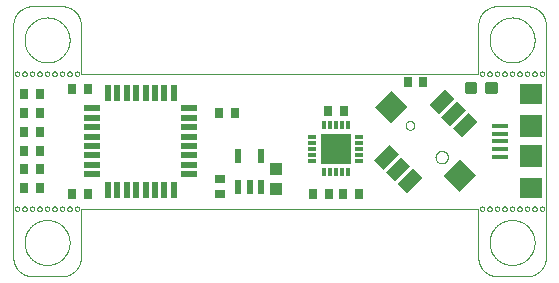
<source format=gtp>
G75*
%MOIN*%
%OFA0B0*%
%FSLAX25Y25*%
%IPPOS*%
%LPD*%
%AMOC8*
5,1,8,0,0,1.08239X$1,22.5*
%
%ADD10C,0.00000*%
%ADD11R,0.07283X0.04331*%
%ADD12R,0.07874X0.07480*%
%ADD13R,0.05512X0.01378*%
%ADD14R,0.07480X0.07087*%
%ADD15R,0.07480X0.07480*%
%ADD16R,0.02165X0.04724*%
%ADD17C,0.01181*%
%ADD18R,0.03937X0.04331*%
%ADD19R,0.03543X0.02756*%
%ADD20R,0.02756X0.03543*%
%ADD21R,0.01969X0.05709*%
%ADD22R,0.05709X0.01969*%
%ADD23R,0.02953X0.01181*%
%ADD24R,0.01181X0.02953*%
%ADD25R,0.03150X0.03150*%
%ADD26R,0.09843X0.09843*%
D10*
X0044428Y0027683D02*
X0044428Y0105183D01*
X0044430Y0105339D01*
X0044436Y0105495D01*
X0044445Y0105650D01*
X0044459Y0105805D01*
X0044477Y0105960D01*
X0044498Y0106115D01*
X0044523Y0106268D01*
X0044552Y0106421D01*
X0044585Y0106574D01*
X0044621Y0106725D01*
X0044662Y0106876D01*
X0044706Y0107025D01*
X0044753Y0107174D01*
X0044805Y0107321D01*
X0044860Y0107466D01*
X0044919Y0107611D01*
X0044981Y0107754D01*
X0045047Y0107895D01*
X0045116Y0108034D01*
X0045189Y0108172D01*
X0045265Y0108308D01*
X0045345Y0108442D01*
X0045428Y0108574D01*
X0045514Y0108704D01*
X0045603Y0108831D01*
X0045696Y0108957D01*
X0045792Y0109080D01*
X0045890Y0109200D01*
X0045992Y0109319D01*
X0046096Y0109434D01*
X0046204Y0109547D01*
X0046314Y0109657D01*
X0046427Y0109765D01*
X0046542Y0109869D01*
X0046661Y0109971D01*
X0046781Y0110069D01*
X0046904Y0110165D01*
X0047030Y0110258D01*
X0047157Y0110347D01*
X0047287Y0110433D01*
X0047419Y0110516D01*
X0047553Y0110596D01*
X0047689Y0110672D01*
X0047827Y0110745D01*
X0047966Y0110814D01*
X0048107Y0110880D01*
X0048250Y0110942D01*
X0048395Y0111001D01*
X0048540Y0111056D01*
X0048687Y0111108D01*
X0048836Y0111155D01*
X0048985Y0111199D01*
X0049136Y0111240D01*
X0049287Y0111276D01*
X0049440Y0111309D01*
X0049593Y0111338D01*
X0049746Y0111363D01*
X0049901Y0111384D01*
X0050056Y0111402D01*
X0050211Y0111416D01*
X0050366Y0111425D01*
X0050522Y0111431D01*
X0050678Y0111433D01*
X0060678Y0111433D01*
X0060834Y0111431D01*
X0060990Y0111425D01*
X0061145Y0111416D01*
X0061300Y0111402D01*
X0061455Y0111384D01*
X0061610Y0111363D01*
X0061763Y0111338D01*
X0061916Y0111309D01*
X0062069Y0111276D01*
X0062220Y0111240D01*
X0062371Y0111199D01*
X0062520Y0111155D01*
X0062669Y0111108D01*
X0062816Y0111056D01*
X0062961Y0111001D01*
X0063106Y0110942D01*
X0063249Y0110880D01*
X0063390Y0110814D01*
X0063529Y0110745D01*
X0063667Y0110672D01*
X0063803Y0110596D01*
X0063937Y0110516D01*
X0064069Y0110433D01*
X0064199Y0110347D01*
X0064326Y0110258D01*
X0064452Y0110165D01*
X0064575Y0110069D01*
X0064695Y0109971D01*
X0064814Y0109869D01*
X0064929Y0109765D01*
X0065042Y0109657D01*
X0065152Y0109547D01*
X0065260Y0109434D01*
X0065364Y0109319D01*
X0065466Y0109200D01*
X0065564Y0109080D01*
X0065660Y0108957D01*
X0065753Y0108831D01*
X0065842Y0108704D01*
X0065928Y0108574D01*
X0066011Y0108442D01*
X0066091Y0108308D01*
X0066167Y0108172D01*
X0066240Y0108034D01*
X0066309Y0107895D01*
X0066375Y0107754D01*
X0066437Y0107611D01*
X0066496Y0107466D01*
X0066551Y0107321D01*
X0066603Y0107174D01*
X0066650Y0107025D01*
X0066694Y0106876D01*
X0066735Y0106725D01*
X0066771Y0106574D01*
X0066804Y0106421D01*
X0066833Y0106268D01*
X0066858Y0106115D01*
X0066879Y0105960D01*
X0066897Y0105805D01*
X0066911Y0105650D01*
X0066920Y0105495D01*
X0066926Y0105339D01*
X0066928Y0105183D01*
X0066928Y0088933D01*
X0199428Y0088933D01*
X0199428Y0105183D01*
X0199430Y0105339D01*
X0199436Y0105495D01*
X0199445Y0105650D01*
X0199459Y0105805D01*
X0199477Y0105960D01*
X0199498Y0106115D01*
X0199523Y0106268D01*
X0199552Y0106421D01*
X0199585Y0106574D01*
X0199621Y0106725D01*
X0199662Y0106876D01*
X0199706Y0107025D01*
X0199753Y0107174D01*
X0199805Y0107321D01*
X0199860Y0107466D01*
X0199919Y0107611D01*
X0199981Y0107754D01*
X0200047Y0107895D01*
X0200116Y0108034D01*
X0200189Y0108172D01*
X0200265Y0108308D01*
X0200345Y0108442D01*
X0200428Y0108574D01*
X0200514Y0108704D01*
X0200603Y0108831D01*
X0200696Y0108957D01*
X0200792Y0109080D01*
X0200890Y0109200D01*
X0200992Y0109319D01*
X0201096Y0109434D01*
X0201204Y0109547D01*
X0201314Y0109657D01*
X0201427Y0109765D01*
X0201542Y0109869D01*
X0201661Y0109971D01*
X0201781Y0110069D01*
X0201904Y0110165D01*
X0202030Y0110258D01*
X0202157Y0110347D01*
X0202287Y0110433D01*
X0202419Y0110516D01*
X0202553Y0110596D01*
X0202689Y0110672D01*
X0202827Y0110745D01*
X0202966Y0110814D01*
X0203107Y0110880D01*
X0203250Y0110942D01*
X0203395Y0111001D01*
X0203540Y0111056D01*
X0203687Y0111108D01*
X0203836Y0111155D01*
X0203985Y0111199D01*
X0204136Y0111240D01*
X0204287Y0111276D01*
X0204440Y0111309D01*
X0204593Y0111338D01*
X0204746Y0111363D01*
X0204901Y0111384D01*
X0205056Y0111402D01*
X0205211Y0111416D01*
X0205366Y0111425D01*
X0205522Y0111431D01*
X0205678Y0111433D01*
X0215678Y0111433D01*
X0215834Y0111431D01*
X0215990Y0111425D01*
X0216145Y0111416D01*
X0216300Y0111402D01*
X0216455Y0111384D01*
X0216610Y0111363D01*
X0216763Y0111338D01*
X0216916Y0111309D01*
X0217069Y0111276D01*
X0217220Y0111240D01*
X0217371Y0111199D01*
X0217520Y0111155D01*
X0217669Y0111108D01*
X0217816Y0111056D01*
X0217961Y0111001D01*
X0218106Y0110942D01*
X0218249Y0110880D01*
X0218390Y0110814D01*
X0218529Y0110745D01*
X0218667Y0110672D01*
X0218803Y0110596D01*
X0218937Y0110516D01*
X0219069Y0110433D01*
X0219199Y0110347D01*
X0219326Y0110258D01*
X0219452Y0110165D01*
X0219575Y0110069D01*
X0219695Y0109971D01*
X0219814Y0109869D01*
X0219929Y0109765D01*
X0220042Y0109657D01*
X0220152Y0109547D01*
X0220260Y0109434D01*
X0220364Y0109319D01*
X0220466Y0109200D01*
X0220564Y0109080D01*
X0220660Y0108957D01*
X0220753Y0108831D01*
X0220842Y0108704D01*
X0220928Y0108574D01*
X0221011Y0108442D01*
X0221091Y0108308D01*
X0221167Y0108172D01*
X0221240Y0108034D01*
X0221309Y0107895D01*
X0221375Y0107754D01*
X0221437Y0107611D01*
X0221496Y0107466D01*
X0221551Y0107321D01*
X0221603Y0107174D01*
X0221650Y0107025D01*
X0221694Y0106876D01*
X0221735Y0106725D01*
X0221771Y0106574D01*
X0221804Y0106421D01*
X0221833Y0106268D01*
X0221858Y0106115D01*
X0221879Y0105960D01*
X0221897Y0105805D01*
X0221911Y0105650D01*
X0221920Y0105495D01*
X0221926Y0105339D01*
X0221928Y0105183D01*
X0221928Y0027683D01*
X0221926Y0027527D01*
X0221920Y0027371D01*
X0221911Y0027216D01*
X0221897Y0027061D01*
X0221879Y0026906D01*
X0221858Y0026751D01*
X0221833Y0026598D01*
X0221804Y0026445D01*
X0221771Y0026292D01*
X0221735Y0026141D01*
X0221694Y0025990D01*
X0221650Y0025841D01*
X0221603Y0025692D01*
X0221551Y0025545D01*
X0221496Y0025400D01*
X0221437Y0025255D01*
X0221375Y0025112D01*
X0221309Y0024971D01*
X0221240Y0024832D01*
X0221167Y0024694D01*
X0221091Y0024558D01*
X0221011Y0024424D01*
X0220928Y0024292D01*
X0220842Y0024162D01*
X0220753Y0024035D01*
X0220660Y0023909D01*
X0220564Y0023786D01*
X0220466Y0023666D01*
X0220364Y0023547D01*
X0220260Y0023432D01*
X0220152Y0023319D01*
X0220042Y0023209D01*
X0219929Y0023101D01*
X0219814Y0022997D01*
X0219695Y0022895D01*
X0219575Y0022797D01*
X0219452Y0022701D01*
X0219326Y0022608D01*
X0219199Y0022519D01*
X0219069Y0022433D01*
X0218937Y0022350D01*
X0218803Y0022270D01*
X0218667Y0022194D01*
X0218529Y0022121D01*
X0218390Y0022052D01*
X0218249Y0021986D01*
X0218106Y0021924D01*
X0217961Y0021865D01*
X0217816Y0021810D01*
X0217669Y0021758D01*
X0217520Y0021711D01*
X0217371Y0021667D01*
X0217220Y0021626D01*
X0217069Y0021590D01*
X0216916Y0021557D01*
X0216763Y0021528D01*
X0216610Y0021503D01*
X0216455Y0021482D01*
X0216300Y0021464D01*
X0216145Y0021450D01*
X0215990Y0021441D01*
X0215834Y0021435D01*
X0215678Y0021433D01*
X0205678Y0021433D01*
X0205522Y0021435D01*
X0205366Y0021441D01*
X0205211Y0021450D01*
X0205056Y0021464D01*
X0204901Y0021482D01*
X0204746Y0021503D01*
X0204593Y0021528D01*
X0204440Y0021557D01*
X0204287Y0021590D01*
X0204136Y0021626D01*
X0203985Y0021667D01*
X0203836Y0021711D01*
X0203687Y0021758D01*
X0203540Y0021810D01*
X0203395Y0021865D01*
X0203250Y0021924D01*
X0203107Y0021986D01*
X0202966Y0022052D01*
X0202827Y0022121D01*
X0202689Y0022194D01*
X0202553Y0022270D01*
X0202419Y0022350D01*
X0202287Y0022433D01*
X0202157Y0022519D01*
X0202030Y0022608D01*
X0201904Y0022701D01*
X0201781Y0022797D01*
X0201661Y0022895D01*
X0201542Y0022997D01*
X0201427Y0023101D01*
X0201314Y0023209D01*
X0201204Y0023319D01*
X0201096Y0023432D01*
X0200992Y0023547D01*
X0200890Y0023666D01*
X0200792Y0023786D01*
X0200696Y0023909D01*
X0200603Y0024035D01*
X0200514Y0024162D01*
X0200428Y0024292D01*
X0200345Y0024424D01*
X0200265Y0024558D01*
X0200189Y0024694D01*
X0200116Y0024832D01*
X0200047Y0024971D01*
X0199981Y0025112D01*
X0199919Y0025255D01*
X0199860Y0025400D01*
X0199805Y0025545D01*
X0199753Y0025692D01*
X0199706Y0025841D01*
X0199662Y0025990D01*
X0199621Y0026141D01*
X0199585Y0026292D01*
X0199552Y0026445D01*
X0199523Y0026598D01*
X0199498Y0026751D01*
X0199477Y0026906D01*
X0199459Y0027061D01*
X0199445Y0027216D01*
X0199436Y0027371D01*
X0199430Y0027527D01*
X0199428Y0027683D01*
X0199428Y0043933D01*
X0066928Y0043933D01*
X0066928Y0027683D01*
X0066926Y0027527D01*
X0066920Y0027371D01*
X0066911Y0027216D01*
X0066897Y0027061D01*
X0066879Y0026906D01*
X0066858Y0026751D01*
X0066833Y0026598D01*
X0066804Y0026445D01*
X0066771Y0026292D01*
X0066735Y0026141D01*
X0066694Y0025990D01*
X0066650Y0025841D01*
X0066603Y0025692D01*
X0066551Y0025545D01*
X0066496Y0025400D01*
X0066437Y0025255D01*
X0066375Y0025112D01*
X0066309Y0024971D01*
X0066240Y0024832D01*
X0066167Y0024694D01*
X0066091Y0024558D01*
X0066011Y0024424D01*
X0065928Y0024292D01*
X0065842Y0024162D01*
X0065753Y0024035D01*
X0065660Y0023909D01*
X0065564Y0023786D01*
X0065466Y0023666D01*
X0065364Y0023547D01*
X0065260Y0023432D01*
X0065152Y0023319D01*
X0065042Y0023209D01*
X0064929Y0023101D01*
X0064814Y0022997D01*
X0064695Y0022895D01*
X0064575Y0022797D01*
X0064452Y0022701D01*
X0064326Y0022608D01*
X0064199Y0022519D01*
X0064069Y0022433D01*
X0063937Y0022350D01*
X0063803Y0022270D01*
X0063667Y0022194D01*
X0063529Y0022121D01*
X0063390Y0022052D01*
X0063249Y0021986D01*
X0063106Y0021924D01*
X0062961Y0021865D01*
X0062816Y0021810D01*
X0062669Y0021758D01*
X0062520Y0021711D01*
X0062371Y0021667D01*
X0062220Y0021626D01*
X0062069Y0021590D01*
X0061916Y0021557D01*
X0061763Y0021528D01*
X0061610Y0021503D01*
X0061455Y0021482D01*
X0061300Y0021464D01*
X0061145Y0021450D01*
X0060990Y0021441D01*
X0060834Y0021435D01*
X0060678Y0021433D01*
X0050678Y0021433D01*
X0050522Y0021435D01*
X0050366Y0021441D01*
X0050211Y0021450D01*
X0050056Y0021464D01*
X0049901Y0021482D01*
X0049746Y0021503D01*
X0049593Y0021528D01*
X0049440Y0021557D01*
X0049287Y0021590D01*
X0049136Y0021626D01*
X0048985Y0021667D01*
X0048836Y0021711D01*
X0048687Y0021758D01*
X0048540Y0021810D01*
X0048395Y0021865D01*
X0048250Y0021924D01*
X0048107Y0021986D01*
X0047966Y0022052D01*
X0047827Y0022121D01*
X0047689Y0022194D01*
X0047553Y0022270D01*
X0047419Y0022350D01*
X0047287Y0022433D01*
X0047157Y0022519D01*
X0047030Y0022608D01*
X0046904Y0022701D01*
X0046781Y0022797D01*
X0046661Y0022895D01*
X0046542Y0022997D01*
X0046427Y0023101D01*
X0046314Y0023209D01*
X0046204Y0023319D01*
X0046096Y0023432D01*
X0045992Y0023547D01*
X0045890Y0023666D01*
X0045792Y0023786D01*
X0045696Y0023909D01*
X0045603Y0024035D01*
X0045514Y0024162D01*
X0045428Y0024292D01*
X0045345Y0024424D01*
X0045265Y0024558D01*
X0045189Y0024694D01*
X0045116Y0024832D01*
X0045047Y0024971D01*
X0044981Y0025112D01*
X0044919Y0025255D01*
X0044860Y0025400D01*
X0044805Y0025545D01*
X0044753Y0025692D01*
X0044706Y0025841D01*
X0044662Y0025990D01*
X0044621Y0026141D01*
X0044585Y0026292D01*
X0044552Y0026445D01*
X0044523Y0026598D01*
X0044498Y0026751D01*
X0044477Y0026906D01*
X0044459Y0027061D01*
X0044445Y0027216D01*
X0044436Y0027371D01*
X0044430Y0027527D01*
X0044428Y0027683D01*
X0048178Y0032683D02*
X0048180Y0032867D01*
X0048187Y0033051D01*
X0048198Y0033235D01*
X0048214Y0033418D01*
X0048234Y0033601D01*
X0048259Y0033783D01*
X0048288Y0033965D01*
X0048322Y0034146D01*
X0048360Y0034326D01*
X0048403Y0034505D01*
X0048450Y0034683D01*
X0048501Y0034860D01*
X0048557Y0035036D01*
X0048616Y0035210D01*
X0048681Y0035382D01*
X0048749Y0035553D01*
X0048821Y0035722D01*
X0048898Y0035890D01*
X0048979Y0036055D01*
X0049064Y0036218D01*
X0049152Y0036380D01*
X0049245Y0036539D01*
X0049342Y0036695D01*
X0049442Y0036850D01*
X0049546Y0037002D01*
X0049654Y0037151D01*
X0049765Y0037297D01*
X0049880Y0037441D01*
X0049999Y0037582D01*
X0050121Y0037720D01*
X0050246Y0037855D01*
X0050375Y0037986D01*
X0050506Y0038115D01*
X0050641Y0038240D01*
X0050779Y0038362D01*
X0050920Y0038481D01*
X0051064Y0038596D01*
X0051210Y0038707D01*
X0051359Y0038815D01*
X0051511Y0038919D01*
X0051666Y0039019D01*
X0051822Y0039116D01*
X0051981Y0039209D01*
X0052143Y0039297D01*
X0052306Y0039382D01*
X0052471Y0039463D01*
X0052639Y0039540D01*
X0052808Y0039612D01*
X0052979Y0039680D01*
X0053151Y0039745D01*
X0053325Y0039804D01*
X0053501Y0039860D01*
X0053678Y0039911D01*
X0053856Y0039958D01*
X0054035Y0040001D01*
X0054215Y0040039D01*
X0054396Y0040073D01*
X0054578Y0040102D01*
X0054760Y0040127D01*
X0054943Y0040147D01*
X0055126Y0040163D01*
X0055310Y0040174D01*
X0055494Y0040181D01*
X0055678Y0040183D01*
X0055862Y0040181D01*
X0056046Y0040174D01*
X0056230Y0040163D01*
X0056413Y0040147D01*
X0056596Y0040127D01*
X0056778Y0040102D01*
X0056960Y0040073D01*
X0057141Y0040039D01*
X0057321Y0040001D01*
X0057500Y0039958D01*
X0057678Y0039911D01*
X0057855Y0039860D01*
X0058031Y0039804D01*
X0058205Y0039745D01*
X0058377Y0039680D01*
X0058548Y0039612D01*
X0058717Y0039540D01*
X0058885Y0039463D01*
X0059050Y0039382D01*
X0059213Y0039297D01*
X0059375Y0039209D01*
X0059534Y0039116D01*
X0059690Y0039019D01*
X0059845Y0038919D01*
X0059997Y0038815D01*
X0060146Y0038707D01*
X0060292Y0038596D01*
X0060436Y0038481D01*
X0060577Y0038362D01*
X0060715Y0038240D01*
X0060850Y0038115D01*
X0060981Y0037986D01*
X0061110Y0037855D01*
X0061235Y0037720D01*
X0061357Y0037582D01*
X0061476Y0037441D01*
X0061591Y0037297D01*
X0061702Y0037151D01*
X0061810Y0037002D01*
X0061914Y0036850D01*
X0062014Y0036695D01*
X0062111Y0036539D01*
X0062204Y0036380D01*
X0062292Y0036218D01*
X0062377Y0036055D01*
X0062458Y0035890D01*
X0062535Y0035722D01*
X0062607Y0035553D01*
X0062675Y0035382D01*
X0062740Y0035210D01*
X0062799Y0035036D01*
X0062855Y0034860D01*
X0062906Y0034683D01*
X0062953Y0034505D01*
X0062996Y0034326D01*
X0063034Y0034146D01*
X0063068Y0033965D01*
X0063097Y0033783D01*
X0063122Y0033601D01*
X0063142Y0033418D01*
X0063158Y0033235D01*
X0063169Y0033051D01*
X0063176Y0032867D01*
X0063178Y0032683D01*
X0063176Y0032499D01*
X0063169Y0032315D01*
X0063158Y0032131D01*
X0063142Y0031948D01*
X0063122Y0031765D01*
X0063097Y0031583D01*
X0063068Y0031401D01*
X0063034Y0031220D01*
X0062996Y0031040D01*
X0062953Y0030861D01*
X0062906Y0030683D01*
X0062855Y0030506D01*
X0062799Y0030330D01*
X0062740Y0030156D01*
X0062675Y0029984D01*
X0062607Y0029813D01*
X0062535Y0029644D01*
X0062458Y0029476D01*
X0062377Y0029311D01*
X0062292Y0029148D01*
X0062204Y0028986D01*
X0062111Y0028827D01*
X0062014Y0028671D01*
X0061914Y0028516D01*
X0061810Y0028364D01*
X0061702Y0028215D01*
X0061591Y0028069D01*
X0061476Y0027925D01*
X0061357Y0027784D01*
X0061235Y0027646D01*
X0061110Y0027511D01*
X0060981Y0027380D01*
X0060850Y0027251D01*
X0060715Y0027126D01*
X0060577Y0027004D01*
X0060436Y0026885D01*
X0060292Y0026770D01*
X0060146Y0026659D01*
X0059997Y0026551D01*
X0059845Y0026447D01*
X0059690Y0026347D01*
X0059534Y0026250D01*
X0059375Y0026157D01*
X0059213Y0026069D01*
X0059050Y0025984D01*
X0058885Y0025903D01*
X0058717Y0025826D01*
X0058548Y0025754D01*
X0058377Y0025686D01*
X0058205Y0025621D01*
X0058031Y0025562D01*
X0057855Y0025506D01*
X0057678Y0025455D01*
X0057500Y0025408D01*
X0057321Y0025365D01*
X0057141Y0025327D01*
X0056960Y0025293D01*
X0056778Y0025264D01*
X0056596Y0025239D01*
X0056413Y0025219D01*
X0056230Y0025203D01*
X0056046Y0025192D01*
X0055862Y0025185D01*
X0055678Y0025183D01*
X0055494Y0025185D01*
X0055310Y0025192D01*
X0055126Y0025203D01*
X0054943Y0025219D01*
X0054760Y0025239D01*
X0054578Y0025264D01*
X0054396Y0025293D01*
X0054215Y0025327D01*
X0054035Y0025365D01*
X0053856Y0025408D01*
X0053678Y0025455D01*
X0053501Y0025506D01*
X0053325Y0025562D01*
X0053151Y0025621D01*
X0052979Y0025686D01*
X0052808Y0025754D01*
X0052639Y0025826D01*
X0052471Y0025903D01*
X0052306Y0025984D01*
X0052143Y0026069D01*
X0051981Y0026157D01*
X0051822Y0026250D01*
X0051666Y0026347D01*
X0051511Y0026447D01*
X0051359Y0026551D01*
X0051210Y0026659D01*
X0051064Y0026770D01*
X0050920Y0026885D01*
X0050779Y0027004D01*
X0050641Y0027126D01*
X0050506Y0027251D01*
X0050375Y0027380D01*
X0050246Y0027511D01*
X0050121Y0027646D01*
X0049999Y0027784D01*
X0049880Y0027925D01*
X0049765Y0028069D01*
X0049654Y0028215D01*
X0049546Y0028364D01*
X0049442Y0028516D01*
X0049342Y0028671D01*
X0049245Y0028827D01*
X0049152Y0028986D01*
X0049064Y0029148D01*
X0048979Y0029311D01*
X0048898Y0029476D01*
X0048821Y0029644D01*
X0048749Y0029813D01*
X0048681Y0029984D01*
X0048616Y0030156D01*
X0048557Y0030330D01*
X0048501Y0030506D01*
X0048450Y0030683D01*
X0048403Y0030861D01*
X0048360Y0031040D01*
X0048322Y0031220D01*
X0048288Y0031401D01*
X0048259Y0031583D01*
X0048234Y0031765D01*
X0048214Y0031948D01*
X0048198Y0032131D01*
X0048187Y0032315D01*
X0048180Y0032499D01*
X0048178Y0032683D01*
X0047428Y0043933D02*
X0047430Y0043987D01*
X0047436Y0044041D01*
X0047446Y0044094D01*
X0047459Y0044147D01*
X0047476Y0044198D01*
X0047497Y0044248D01*
X0047522Y0044296D01*
X0047550Y0044343D01*
X0047581Y0044387D01*
X0047615Y0044429D01*
X0047652Y0044468D01*
X0047692Y0044505D01*
X0047735Y0044538D01*
X0047780Y0044569D01*
X0047827Y0044596D01*
X0047875Y0044619D01*
X0047926Y0044639D01*
X0047977Y0044656D01*
X0048030Y0044668D01*
X0048083Y0044677D01*
X0048137Y0044682D01*
X0048192Y0044683D01*
X0048246Y0044680D01*
X0048299Y0044673D01*
X0048352Y0044662D01*
X0048405Y0044648D01*
X0048456Y0044630D01*
X0048505Y0044608D01*
X0048553Y0044583D01*
X0048599Y0044554D01*
X0048643Y0044522D01*
X0048684Y0044487D01*
X0048722Y0044449D01*
X0048758Y0044408D01*
X0048791Y0044365D01*
X0048821Y0044320D01*
X0048847Y0044272D01*
X0048870Y0044223D01*
X0048889Y0044172D01*
X0048904Y0044121D01*
X0048916Y0044068D01*
X0048924Y0044014D01*
X0048928Y0043960D01*
X0048928Y0043906D01*
X0048924Y0043852D01*
X0048916Y0043798D01*
X0048904Y0043745D01*
X0048889Y0043694D01*
X0048870Y0043643D01*
X0048847Y0043594D01*
X0048821Y0043546D01*
X0048791Y0043501D01*
X0048758Y0043458D01*
X0048722Y0043417D01*
X0048684Y0043379D01*
X0048643Y0043344D01*
X0048599Y0043312D01*
X0048553Y0043283D01*
X0048505Y0043258D01*
X0048456Y0043236D01*
X0048405Y0043218D01*
X0048352Y0043204D01*
X0048299Y0043193D01*
X0048246Y0043186D01*
X0048192Y0043183D01*
X0048137Y0043184D01*
X0048083Y0043189D01*
X0048030Y0043198D01*
X0047977Y0043210D01*
X0047926Y0043227D01*
X0047875Y0043247D01*
X0047827Y0043270D01*
X0047780Y0043297D01*
X0047735Y0043328D01*
X0047692Y0043361D01*
X0047652Y0043398D01*
X0047615Y0043437D01*
X0047581Y0043479D01*
X0047550Y0043523D01*
X0047522Y0043570D01*
X0047497Y0043618D01*
X0047476Y0043668D01*
X0047459Y0043719D01*
X0047446Y0043772D01*
X0047436Y0043825D01*
X0047430Y0043879D01*
X0047428Y0043933D01*
X0044928Y0043933D02*
X0044930Y0043987D01*
X0044936Y0044041D01*
X0044946Y0044094D01*
X0044959Y0044147D01*
X0044976Y0044198D01*
X0044997Y0044248D01*
X0045022Y0044296D01*
X0045050Y0044343D01*
X0045081Y0044387D01*
X0045115Y0044429D01*
X0045152Y0044468D01*
X0045192Y0044505D01*
X0045235Y0044538D01*
X0045280Y0044569D01*
X0045327Y0044596D01*
X0045375Y0044619D01*
X0045426Y0044639D01*
X0045477Y0044656D01*
X0045530Y0044668D01*
X0045583Y0044677D01*
X0045637Y0044682D01*
X0045692Y0044683D01*
X0045746Y0044680D01*
X0045799Y0044673D01*
X0045852Y0044662D01*
X0045905Y0044648D01*
X0045956Y0044630D01*
X0046005Y0044608D01*
X0046053Y0044583D01*
X0046099Y0044554D01*
X0046143Y0044522D01*
X0046184Y0044487D01*
X0046222Y0044449D01*
X0046258Y0044408D01*
X0046291Y0044365D01*
X0046321Y0044320D01*
X0046347Y0044272D01*
X0046370Y0044223D01*
X0046389Y0044172D01*
X0046404Y0044121D01*
X0046416Y0044068D01*
X0046424Y0044014D01*
X0046428Y0043960D01*
X0046428Y0043906D01*
X0046424Y0043852D01*
X0046416Y0043798D01*
X0046404Y0043745D01*
X0046389Y0043694D01*
X0046370Y0043643D01*
X0046347Y0043594D01*
X0046321Y0043546D01*
X0046291Y0043501D01*
X0046258Y0043458D01*
X0046222Y0043417D01*
X0046184Y0043379D01*
X0046143Y0043344D01*
X0046099Y0043312D01*
X0046053Y0043283D01*
X0046005Y0043258D01*
X0045956Y0043236D01*
X0045905Y0043218D01*
X0045852Y0043204D01*
X0045799Y0043193D01*
X0045746Y0043186D01*
X0045692Y0043183D01*
X0045637Y0043184D01*
X0045583Y0043189D01*
X0045530Y0043198D01*
X0045477Y0043210D01*
X0045426Y0043227D01*
X0045375Y0043247D01*
X0045327Y0043270D01*
X0045280Y0043297D01*
X0045235Y0043328D01*
X0045192Y0043361D01*
X0045152Y0043398D01*
X0045115Y0043437D01*
X0045081Y0043479D01*
X0045050Y0043523D01*
X0045022Y0043570D01*
X0044997Y0043618D01*
X0044976Y0043668D01*
X0044959Y0043719D01*
X0044946Y0043772D01*
X0044936Y0043825D01*
X0044930Y0043879D01*
X0044928Y0043933D01*
X0049928Y0043933D02*
X0049930Y0043987D01*
X0049936Y0044041D01*
X0049946Y0044094D01*
X0049959Y0044147D01*
X0049976Y0044198D01*
X0049997Y0044248D01*
X0050022Y0044296D01*
X0050050Y0044343D01*
X0050081Y0044387D01*
X0050115Y0044429D01*
X0050152Y0044468D01*
X0050192Y0044505D01*
X0050235Y0044538D01*
X0050280Y0044569D01*
X0050327Y0044596D01*
X0050375Y0044619D01*
X0050426Y0044639D01*
X0050477Y0044656D01*
X0050530Y0044668D01*
X0050583Y0044677D01*
X0050637Y0044682D01*
X0050692Y0044683D01*
X0050746Y0044680D01*
X0050799Y0044673D01*
X0050852Y0044662D01*
X0050905Y0044648D01*
X0050956Y0044630D01*
X0051005Y0044608D01*
X0051053Y0044583D01*
X0051099Y0044554D01*
X0051143Y0044522D01*
X0051184Y0044487D01*
X0051222Y0044449D01*
X0051258Y0044408D01*
X0051291Y0044365D01*
X0051321Y0044320D01*
X0051347Y0044272D01*
X0051370Y0044223D01*
X0051389Y0044172D01*
X0051404Y0044121D01*
X0051416Y0044068D01*
X0051424Y0044014D01*
X0051428Y0043960D01*
X0051428Y0043906D01*
X0051424Y0043852D01*
X0051416Y0043798D01*
X0051404Y0043745D01*
X0051389Y0043694D01*
X0051370Y0043643D01*
X0051347Y0043594D01*
X0051321Y0043546D01*
X0051291Y0043501D01*
X0051258Y0043458D01*
X0051222Y0043417D01*
X0051184Y0043379D01*
X0051143Y0043344D01*
X0051099Y0043312D01*
X0051053Y0043283D01*
X0051005Y0043258D01*
X0050956Y0043236D01*
X0050905Y0043218D01*
X0050852Y0043204D01*
X0050799Y0043193D01*
X0050746Y0043186D01*
X0050692Y0043183D01*
X0050637Y0043184D01*
X0050583Y0043189D01*
X0050530Y0043198D01*
X0050477Y0043210D01*
X0050426Y0043227D01*
X0050375Y0043247D01*
X0050327Y0043270D01*
X0050280Y0043297D01*
X0050235Y0043328D01*
X0050192Y0043361D01*
X0050152Y0043398D01*
X0050115Y0043437D01*
X0050081Y0043479D01*
X0050050Y0043523D01*
X0050022Y0043570D01*
X0049997Y0043618D01*
X0049976Y0043668D01*
X0049959Y0043719D01*
X0049946Y0043772D01*
X0049936Y0043825D01*
X0049930Y0043879D01*
X0049928Y0043933D01*
X0052428Y0043933D02*
X0052430Y0043987D01*
X0052436Y0044041D01*
X0052446Y0044094D01*
X0052459Y0044147D01*
X0052476Y0044198D01*
X0052497Y0044248D01*
X0052522Y0044296D01*
X0052550Y0044343D01*
X0052581Y0044387D01*
X0052615Y0044429D01*
X0052652Y0044468D01*
X0052692Y0044505D01*
X0052735Y0044538D01*
X0052780Y0044569D01*
X0052827Y0044596D01*
X0052875Y0044619D01*
X0052926Y0044639D01*
X0052977Y0044656D01*
X0053030Y0044668D01*
X0053083Y0044677D01*
X0053137Y0044682D01*
X0053192Y0044683D01*
X0053246Y0044680D01*
X0053299Y0044673D01*
X0053352Y0044662D01*
X0053405Y0044648D01*
X0053456Y0044630D01*
X0053505Y0044608D01*
X0053553Y0044583D01*
X0053599Y0044554D01*
X0053643Y0044522D01*
X0053684Y0044487D01*
X0053722Y0044449D01*
X0053758Y0044408D01*
X0053791Y0044365D01*
X0053821Y0044320D01*
X0053847Y0044272D01*
X0053870Y0044223D01*
X0053889Y0044172D01*
X0053904Y0044121D01*
X0053916Y0044068D01*
X0053924Y0044014D01*
X0053928Y0043960D01*
X0053928Y0043906D01*
X0053924Y0043852D01*
X0053916Y0043798D01*
X0053904Y0043745D01*
X0053889Y0043694D01*
X0053870Y0043643D01*
X0053847Y0043594D01*
X0053821Y0043546D01*
X0053791Y0043501D01*
X0053758Y0043458D01*
X0053722Y0043417D01*
X0053684Y0043379D01*
X0053643Y0043344D01*
X0053599Y0043312D01*
X0053553Y0043283D01*
X0053505Y0043258D01*
X0053456Y0043236D01*
X0053405Y0043218D01*
X0053352Y0043204D01*
X0053299Y0043193D01*
X0053246Y0043186D01*
X0053192Y0043183D01*
X0053137Y0043184D01*
X0053083Y0043189D01*
X0053030Y0043198D01*
X0052977Y0043210D01*
X0052926Y0043227D01*
X0052875Y0043247D01*
X0052827Y0043270D01*
X0052780Y0043297D01*
X0052735Y0043328D01*
X0052692Y0043361D01*
X0052652Y0043398D01*
X0052615Y0043437D01*
X0052581Y0043479D01*
X0052550Y0043523D01*
X0052522Y0043570D01*
X0052497Y0043618D01*
X0052476Y0043668D01*
X0052459Y0043719D01*
X0052446Y0043772D01*
X0052436Y0043825D01*
X0052430Y0043879D01*
X0052428Y0043933D01*
X0054928Y0043933D02*
X0054930Y0043987D01*
X0054936Y0044041D01*
X0054946Y0044094D01*
X0054959Y0044147D01*
X0054976Y0044198D01*
X0054997Y0044248D01*
X0055022Y0044296D01*
X0055050Y0044343D01*
X0055081Y0044387D01*
X0055115Y0044429D01*
X0055152Y0044468D01*
X0055192Y0044505D01*
X0055235Y0044538D01*
X0055280Y0044569D01*
X0055327Y0044596D01*
X0055375Y0044619D01*
X0055426Y0044639D01*
X0055477Y0044656D01*
X0055530Y0044668D01*
X0055583Y0044677D01*
X0055637Y0044682D01*
X0055692Y0044683D01*
X0055746Y0044680D01*
X0055799Y0044673D01*
X0055852Y0044662D01*
X0055905Y0044648D01*
X0055956Y0044630D01*
X0056005Y0044608D01*
X0056053Y0044583D01*
X0056099Y0044554D01*
X0056143Y0044522D01*
X0056184Y0044487D01*
X0056222Y0044449D01*
X0056258Y0044408D01*
X0056291Y0044365D01*
X0056321Y0044320D01*
X0056347Y0044272D01*
X0056370Y0044223D01*
X0056389Y0044172D01*
X0056404Y0044121D01*
X0056416Y0044068D01*
X0056424Y0044014D01*
X0056428Y0043960D01*
X0056428Y0043906D01*
X0056424Y0043852D01*
X0056416Y0043798D01*
X0056404Y0043745D01*
X0056389Y0043694D01*
X0056370Y0043643D01*
X0056347Y0043594D01*
X0056321Y0043546D01*
X0056291Y0043501D01*
X0056258Y0043458D01*
X0056222Y0043417D01*
X0056184Y0043379D01*
X0056143Y0043344D01*
X0056099Y0043312D01*
X0056053Y0043283D01*
X0056005Y0043258D01*
X0055956Y0043236D01*
X0055905Y0043218D01*
X0055852Y0043204D01*
X0055799Y0043193D01*
X0055746Y0043186D01*
X0055692Y0043183D01*
X0055637Y0043184D01*
X0055583Y0043189D01*
X0055530Y0043198D01*
X0055477Y0043210D01*
X0055426Y0043227D01*
X0055375Y0043247D01*
X0055327Y0043270D01*
X0055280Y0043297D01*
X0055235Y0043328D01*
X0055192Y0043361D01*
X0055152Y0043398D01*
X0055115Y0043437D01*
X0055081Y0043479D01*
X0055050Y0043523D01*
X0055022Y0043570D01*
X0054997Y0043618D01*
X0054976Y0043668D01*
X0054959Y0043719D01*
X0054946Y0043772D01*
X0054936Y0043825D01*
X0054930Y0043879D01*
X0054928Y0043933D01*
X0057428Y0043933D02*
X0057430Y0043987D01*
X0057436Y0044041D01*
X0057446Y0044094D01*
X0057459Y0044147D01*
X0057476Y0044198D01*
X0057497Y0044248D01*
X0057522Y0044296D01*
X0057550Y0044343D01*
X0057581Y0044387D01*
X0057615Y0044429D01*
X0057652Y0044468D01*
X0057692Y0044505D01*
X0057735Y0044538D01*
X0057780Y0044569D01*
X0057827Y0044596D01*
X0057875Y0044619D01*
X0057926Y0044639D01*
X0057977Y0044656D01*
X0058030Y0044668D01*
X0058083Y0044677D01*
X0058137Y0044682D01*
X0058192Y0044683D01*
X0058246Y0044680D01*
X0058299Y0044673D01*
X0058352Y0044662D01*
X0058405Y0044648D01*
X0058456Y0044630D01*
X0058505Y0044608D01*
X0058553Y0044583D01*
X0058599Y0044554D01*
X0058643Y0044522D01*
X0058684Y0044487D01*
X0058722Y0044449D01*
X0058758Y0044408D01*
X0058791Y0044365D01*
X0058821Y0044320D01*
X0058847Y0044272D01*
X0058870Y0044223D01*
X0058889Y0044172D01*
X0058904Y0044121D01*
X0058916Y0044068D01*
X0058924Y0044014D01*
X0058928Y0043960D01*
X0058928Y0043906D01*
X0058924Y0043852D01*
X0058916Y0043798D01*
X0058904Y0043745D01*
X0058889Y0043694D01*
X0058870Y0043643D01*
X0058847Y0043594D01*
X0058821Y0043546D01*
X0058791Y0043501D01*
X0058758Y0043458D01*
X0058722Y0043417D01*
X0058684Y0043379D01*
X0058643Y0043344D01*
X0058599Y0043312D01*
X0058553Y0043283D01*
X0058505Y0043258D01*
X0058456Y0043236D01*
X0058405Y0043218D01*
X0058352Y0043204D01*
X0058299Y0043193D01*
X0058246Y0043186D01*
X0058192Y0043183D01*
X0058137Y0043184D01*
X0058083Y0043189D01*
X0058030Y0043198D01*
X0057977Y0043210D01*
X0057926Y0043227D01*
X0057875Y0043247D01*
X0057827Y0043270D01*
X0057780Y0043297D01*
X0057735Y0043328D01*
X0057692Y0043361D01*
X0057652Y0043398D01*
X0057615Y0043437D01*
X0057581Y0043479D01*
X0057550Y0043523D01*
X0057522Y0043570D01*
X0057497Y0043618D01*
X0057476Y0043668D01*
X0057459Y0043719D01*
X0057446Y0043772D01*
X0057436Y0043825D01*
X0057430Y0043879D01*
X0057428Y0043933D01*
X0059928Y0043933D02*
X0059930Y0043987D01*
X0059936Y0044041D01*
X0059946Y0044094D01*
X0059959Y0044147D01*
X0059976Y0044198D01*
X0059997Y0044248D01*
X0060022Y0044296D01*
X0060050Y0044343D01*
X0060081Y0044387D01*
X0060115Y0044429D01*
X0060152Y0044468D01*
X0060192Y0044505D01*
X0060235Y0044538D01*
X0060280Y0044569D01*
X0060327Y0044596D01*
X0060375Y0044619D01*
X0060426Y0044639D01*
X0060477Y0044656D01*
X0060530Y0044668D01*
X0060583Y0044677D01*
X0060637Y0044682D01*
X0060692Y0044683D01*
X0060746Y0044680D01*
X0060799Y0044673D01*
X0060852Y0044662D01*
X0060905Y0044648D01*
X0060956Y0044630D01*
X0061005Y0044608D01*
X0061053Y0044583D01*
X0061099Y0044554D01*
X0061143Y0044522D01*
X0061184Y0044487D01*
X0061222Y0044449D01*
X0061258Y0044408D01*
X0061291Y0044365D01*
X0061321Y0044320D01*
X0061347Y0044272D01*
X0061370Y0044223D01*
X0061389Y0044172D01*
X0061404Y0044121D01*
X0061416Y0044068D01*
X0061424Y0044014D01*
X0061428Y0043960D01*
X0061428Y0043906D01*
X0061424Y0043852D01*
X0061416Y0043798D01*
X0061404Y0043745D01*
X0061389Y0043694D01*
X0061370Y0043643D01*
X0061347Y0043594D01*
X0061321Y0043546D01*
X0061291Y0043501D01*
X0061258Y0043458D01*
X0061222Y0043417D01*
X0061184Y0043379D01*
X0061143Y0043344D01*
X0061099Y0043312D01*
X0061053Y0043283D01*
X0061005Y0043258D01*
X0060956Y0043236D01*
X0060905Y0043218D01*
X0060852Y0043204D01*
X0060799Y0043193D01*
X0060746Y0043186D01*
X0060692Y0043183D01*
X0060637Y0043184D01*
X0060583Y0043189D01*
X0060530Y0043198D01*
X0060477Y0043210D01*
X0060426Y0043227D01*
X0060375Y0043247D01*
X0060327Y0043270D01*
X0060280Y0043297D01*
X0060235Y0043328D01*
X0060192Y0043361D01*
X0060152Y0043398D01*
X0060115Y0043437D01*
X0060081Y0043479D01*
X0060050Y0043523D01*
X0060022Y0043570D01*
X0059997Y0043618D01*
X0059976Y0043668D01*
X0059959Y0043719D01*
X0059946Y0043772D01*
X0059936Y0043825D01*
X0059930Y0043879D01*
X0059928Y0043933D01*
X0062428Y0043933D02*
X0062430Y0043987D01*
X0062436Y0044041D01*
X0062446Y0044094D01*
X0062459Y0044147D01*
X0062476Y0044198D01*
X0062497Y0044248D01*
X0062522Y0044296D01*
X0062550Y0044343D01*
X0062581Y0044387D01*
X0062615Y0044429D01*
X0062652Y0044468D01*
X0062692Y0044505D01*
X0062735Y0044538D01*
X0062780Y0044569D01*
X0062827Y0044596D01*
X0062875Y0044619D01*
X0062926Y0044639D01*
X0062977Y0044656D01*
X0063030Y0044668D01*
X0063083Y0044677D01*
X0063137Y0044682D01*
X0063192Y0044683D01*
X0063246Y0044680D01*
X0063299Y0044673D01*
X0063352Y0044662D01*
X0063405Y0044648D01*
X0063456Y0044630D01*
X0063505Y0044608D01*
X0063553Y0044583D01*
X0063599Y0044554D01*
X0063643Y0044522D01*
X0063684Y0044487D01*
X0063722Y0044449D01*
X0063758Y0044408D01*
X0063791Y0044365D01*
X0063821Y0044320D01*
X0063847Y0044272D01*
X0063870Y0044223D01*
X0063889Y0044172D01*
X0063904Y0044121D01*
X0063916Y0044068D01*
X0063924Y0044014D01*
X0063928Y0043960D01*
X0063928Y0043906D01*
X0063924Y0043852D01*
X0063916Y0043798D01*
X0063904Y0043745D01*
X0063889Y0043694D01*
X0063870Y0043643D01*
X0063847Y0043594D01*
X0063821Y0043546D01*
X0063791Y0043501D01*
X0063758Y0043458D01*
X0063722Y0043417D01*
X0063684Y0043379D01*
X0063643Y0043344D01*
X0063599Y0043312D01*
X0063553Y0043283D01*
X0063505Y0043258D01*
X0063456Y0043236D01*
X0063405Y0043218D01*
X0063352Y0043204D01*
X0063299Y0043193D01*
X0063246Y0043186D01*
X0063192Y0043183D01*
X0063137Y0043184D01*
X0063083Y0043189D01*
X0063030Y0043198D01*
X0062977Y0043210D01*
X0062926Y0043227D01*
X0062875Y0043247D01*
X0062827Y0043270D01*
X0062780Y0043297D01*
X0062735Y0043328D01*
X0062692Y0043361D01*
X0062652Y0043398D01*
X0062615Y0043437D01*
X0062581Y0043479D01*
X0062550Y0043523D01*
X0062522Y0043570D01*
X0062497Y0043618D01*
X0062476Y0043668D01*
X0062459Y0043719D01*
X0062446Y0043772D01*
X0062436Y0043825D01*
X0062430Y0043879D01*
X0062428Y0043933D01*
X0064928Y0043933D02*
X0064930Y0043987D01*
X0064936Y0044041D01*
X0064946Y0044094D01*
X0064959Y0044147D01*
X0064976Y0044198D01*
X0064997Y0044248D01*
X0065022Y0044296D01*
X0065050Y0044343D01*
X0065081Y0044387D01*
X0065115Y0044429D01*
X0065152Y0044468D01*
X0065192Y0044505D01*
X0065235Y0044538D01*
X0065280Y0044569D01*
X0065327Y0044596D01*
X0065375Y0044619D01*
X0065426Y0044639D01*
X0065477Y0044656D01*
X0065530Y0044668D01*
X0065583Y0044677D01*
X0065637Y0044682D01*
X0065692Y0044683D01*
X0065746Y0044680D01*
X0065799Y0044673D01*
X0065852Y0044662D01*
X0065905Y0044648D01*
X0065956Y0044630D01*
X0066005Y0044608D01*
X0066053Y0044583D01*
X0066099Y0044554D01*
X0066143Y0044522D01*
X0066184Y0044487D01*
X0066222Y0044449D01*
X0066258Y0044408D01*
X0066291Y0044365D01*
X0066321Y0044320D01*
X0066347Y0044272D01*
X0066370Y0044223D01*
X0066389Y0044172D01*
X0066404Y0044121D01*
X0066416Y0044068D01*
X0066424Y0044014D01*
X0066428Y0043960D01*
X0066428Y0043906D01*
X0066424Y0043852D01*
X0066416Y0043798D01*
X0066404Y0043745D01*
X0066389Y0043694D01*
X0066370Y0043643D01*
X0066347Y0043594D01*
X0066321Y0043546D01*
X0066291Y0043501D01*
X0066258Y0043458D01*
X0066222Y0043417D01*
X0066184Y0043379D01*
X0066143Y0043344D01*
X0066099Y0043312D01*
X0066053Y0043283D01*
X0066005Y0043258D01*
X0065956Y0043236D01*
X0065905Y0043218D01*
X0065852Y0043204D01*
X0065799Y0043193D01*
X0065746Y0043186D01*
X0065692Y0043183D01*
X0065637Y0043184D01*
X0065583Y0043189D01*
X0065530Y0043198D01*
X0065477Y0043210D01*
X0065426Y0043227D01*
X0065375Y0043247D01*
X0065327Y0043270D01*
X0065280Y0043297D01*
X0065235Y0043328D01*
X0065192Y0043361D01*
X0065152Y0043398D01*
X0065115Y0043437D01*
X0065081Y0043479D01*
X0065050Y0043523D01*
X0065022Y0043570D01*
X0064997Y0043618D01*
X0064976Y0043668D01*
X0064959Y0043719D01*
X0064946Y0043772D01*
X0064936Y0043825D01*
X0064930Y0043879D01*
X0064928Y0043933D01*
X0064928Y0088933D02*
X0064930Y0088987D01*
X0064936Y0089041D01*
X0064946Y0089094D01*
X0064959Y0089147D01*
X0064976Y0089198D01*
X0064997Y0089248D01*
X0065022Y0089296D01*
X0065050Y0089343D01*
X0065081Y0089387D01*
X0065115Y0089429D01*
X0065152Y0089468D01*
X0065192Y0089505D01*
X0065235Y0089538D01*
X0065280Y0089569D01*
X0065327Y0089596D01*
X0065375Y0089619D01*
X0065426Y0089639D01*
X0065477Y0089656D01*
X0065530Y0089668D01*
X0065583Y0089677D01*
X0065637Y0089682D01*
X0065692Y0089683D01*
X0065746Y0089680D01*
X0065799Y0089673D01*
X0065852Y0089662D01*
X0065905Y0089648D01*
X0065956Y0089630D01*
X0066005Y0089608D01*
X0066053Y0089583D01*
X0066099Y0089554D01*
X0066143Y0089522D01*
X0066184Y0089487D01*
X0066222Y0089449D01*
X0066258Y0089408D01*
X0066291Y0089365D01*
X0066321Y0089320D01*
X0066347Y0089272D01*
X0066370Y0089223D01*
X0066389Y0089172D01*
X0066404Y0089121D01*
X0066416Y0089068D01*
X0066424Y0089014D01*
X0066428Y0088960D01*
X0066428Y0088906D01*
X0066424Y0088852D01*
X0066416Y0088798D01*
X0066404Y0088745D01*
X0066389Y0088694D01*
X0066370Y0088643D01*
X0066347Y0088594D01*
X0066321Y0088546D01*
X0066291Y0088501D01*
X0066258Y0088458D01*
X0066222Y0088417D01*
X0066184Y0088379D01*
X0066143Y0088344D01*
X0066099Y0088312D01*
X0066053Y0088283D01*
X0066005Y0088258D01*
X0065956Y0088236D01*
X0065905Y0088218D01*
X0065852Y0088204D01*
X0065799Y0088193D01*
X0065746Y0088186D01*
X0065692Y0088183D01*
X0065637Y0088184D01*
X0065583Y0088189D01*
X0065530Y0088198D01*
X0065477Y0088210D01*
X0065426Y0088227D01*
X0065375Y0088247D01*
X0065327Y0088270D01*
X0065280Y0088297D01*
X0065235Y0088328D01*
X0065192Y0088361D01*
X0065152Y0088398D01*
X0065115Y0088437D01*
X0065081Y0088479D01*
X0065050Y0088523D01*
X0065022Y0088570D01*
X0064997Y0088618D01*
X0064976Y0088668D01*
X0064959Y0088719D01*
X0064946Y0088772D01*
X0064936Y0088825D01*
X0064930Y0088879D01*
X0064928Y0088933D01*
X0062428Y0088933D02*
X0062430Y0088987D01*
X0062436Y0089041D01*
X0062446Y0089094D01*
X0062459Y0089147D01*
X0062476Y0089198D01*
X0062497Y0089248D01*
X0062522Y0089296D01*
X0062550Y0089343D01*
X0062581Y0089387D01*
X0062615Y0089429D01*
X0062652Y0089468D01*
X0062692Y0089505D01*
X0062735Y0089538D01*
X0062780Y0089569D01*
X0062827Y0089596D01*
X0062875Y0089619D01*
X0062926Y0089639D01*
X0062977Y0089656D01*
X0063030Y0089668D01*
X0063083Y0089677D01*
X0063137Y0089682D01*
X0063192Y0089683D01*
X0063246Y0089680D01*
X0063299Y0089673D01*
X0063352Y0089662D01*
X0063405Y0089648D01*
X0063456Y0089630D01*
X0063505Y0089608D01*
X0063553Y0089583D01*
X0063599Y0089554D01*
X0063643Y0089522D01*
X0063684Y0089487D01*
X0063722Y0089449D01*
X0063758Y0089408D01*
X0063791Y0089365D01*
X0063821Y0089320D01*
X0063847Y0089272D01*
X0063870Y0089223D01*
X0063889Y0089172D01*
X0063904Y0089121D01*
X0063916Y0089068D01*
X0063924Y0089014D01*
X0063928Y0088960D01*
X0063928Y0088906D01*
X0063924Y0088852D01*
X0063916Y0088798D01*
X0063904Y0088745D01*
X0063889Y0088694D01*
X0063870Y0088643D01*
X0063847Y0088594D01*
X0063821Y0088546D01*
X0063791Y0088501D01*
X0063758Y0088458D01*
X0063722Y0088417D01*
X0063684Y0088379D01*
X0063643Y0088344D01*
X0063599Y0088312D01*
X0063553Y0088283D01*
X0063505Y0088258D01*
X0063456Y0088236D01*
X0063405Y0088218D01*
X0063352Y0088204D01*
X0063299Y0088193D01*
X0063246Y0088186D01*
X0063192Y0088183D01*
X0063137Y0088184D01*
X0063083Y0088189D01*
X0063030Y0088198D01*
X0062977Y0088210D01*
X0062926Y0088227D01*
X0062875Y0088247D01*
X0062827Y0088270D01*
X0062780Y0088297D01*
X0062735Y0088328D01*
X0062692Y0088361D01*
X0062652Y0088398D01*
X0062615Y0088437D01*
X0062581Y0088479D01*
X0062550Y0088523D01*
X0062522Y0088570D01*
X0062497Y0088618D01*
X0062476Y0088668D01*
X0062459Y0088719D01*
X0062446Y0088772D01*
X0062436Y0088825D01*
X0062430Y0088879D01*
X0062428Y0088933D01*
X0059928Y0088933D02*
X0059930Y0088987D01*
X0059936Y0089041D01*
X0059946Y0089094D01*
X0059959Y0089147D01*
X0059976Y0089198D01*
X0059997Y0089248D01*
X0060022Y0089296D01*
X0060050Y0089343D01*
X0060081Y0089387D01*
X0060115Y0089429D01*
X0060152Y0089468D01*
X0060192Y0089505D01*
X0060235Y0089538D01*
X0060280Y0089569D01*
X0060327Y0089596D01*
X0060375Y0089619D01*
X0060426Y0089639D01*
X0060477Y0089656D01*
X0060530Y0089668D01*
X0060583Y0089677D01*
X0060637Y0089682D01*
X0060692Y0089683D01*
X0060746Y0089680D01*
X0060799Y0089673D01*
X0060852Y0089662D01*
X0060905Y0089648D01*
X0060956Y0089630D01*
X0061005Y0089608D01*
X0061053Y0089583D01*
X0061099Y0089554D01*
X0061143Y0089522D01*
X0061184Y0089487D01*
X0061222Y0089449D01*
X0061258Y0089408D01*
X0061291Y0089365D01*
X0061321Y0089320D01*
X0061347Y0089272D01*
X0061370Y0089223D01*
X0061389Y0089172D01*
X0061404Y0089121D01*
X0061416Y0089068D01*
X0061424Y0089014D01*
X0061428Y0088960D01*
X0061428Y0088906D01*
X0061424Y0088852D01*
X0061416Y0088798D01*
X0061404Y0088745D01*
X0061389Y0088694D01*
X0061370Y0088643D01*
X0061347Y0088594D01*
X0061321Y0088546D01*
X0061291Y0088501D01*
X0061258Y0088458D01*
X0061222Y0088417D01*
X0061184Y0088379D01*
X0061143Y0088344D01*
X0061099Y0088312D01*
X0061053Y0088283D01*
X0061005Y0088258D01*
X0060956Y0088236D01*
X0060905Y0088218D01*
X0060852Y0088204D01*
X0060799Y0088193D01*
X0060746Y0088186D01*
X0060692Y0088183D01*
X0060637Y0088184D01*
X0060583Y0088189D01*
X0060530Y0088198D01*
X0060477Y0088210D01*
X0060426Y0088227D01*
X0060375Y0088247D01*
X0060327Y0088270D01*
X0060280Y0088297D01*
X0060235Y0088328D01*
X0060192Y0088361D01*
X0060152Y0088398D01*
X0060115Y0088437D01*
X0060081Y0088479D01*
X0060050Y0088523D01*
X0060022Y0088570D01*
X0059997Y0088618D01*
X0059976Y0088668D01*
X0059959Y0088719D01*
X0059946Y0088772D01*
X0059936Y0088825D01*
X0059930Y0088879D01*
X0059928Y0088933D01*
X0057428Y0088933D02*
X0057430Y0088987D01*
X0057436Y0089041D01*
X0057446Y0089094D01*
X0057459Y0089147D01*
X0057476Y0089198D01*
X0057497Y0089248D01*
X0057522Y0089296D01*
X0057550Y0089343D01*
X0057581Y0089387D01*
X0057615Y0089429D01*
X0057652Y0089468D01*
X0057692Y0089505D01*
X0057735Y0089538D01*
X0057780Y0089569D01*
X0057827Y0089596D01*
X0057875Y0089619D01*
X0057926Y0089639D01*
X0057977Y0089656D01*
X0058030Y0089668D01*
X0058083Y0089677D01*
X0058137Y0089682D01*
X0058192Y0089683D01*
X0058246Y0089680D01*
X0058299Y0089673D01*
X0058352Y0089662D01*
X0058405Y0089648D01*
X0058456Y0089630D01*
X0058505Y0089608D01*
X0058553Y0089583D01*
X0058599Y0089554D01*
X0058643Y0089522D01*
X0058684Y0089487D01*
X0058722Y0089449D01*
X0058758Y0089408D01*
X0058791Y0089365D01*
X0058821Y0089320D01*
X0058847Y0089272D01*
X0058870Y0089223D01*
X0058889Y0089172D01*
X0058904Y0089121D01*
X0058916Y0089068D01*
X0058924Y0089014D01*
X0058928Y0088960D01*
X0058928Y0088906D01*
X0058924Y0088852D01*
X0058916Y0088798D01*
X0058904Y0088745D01*
X0058889Y0088694D01*
X0058870Y0088643D01*
X0058847Y0088594D01*
X0058821Y0088546D01*
X0058791Y0088501D01*
X0058758Y0088458D01*
X0058722Y0088417D01*
X0058684Y0088379D01*
X0058643Y0088344D01*
X0058599Y0088312D01*
X0058553Y0088283D01*
X0058505Y0088258D01*
X0058456Y0088236D01*
X0058405Y0088218D01*
X0058352Y0088204D01*
X0058299Y0088193D01*
X0058246Y0088186D01*
X0058192Y0088183D01*
X0058137Y0088184D01*
X0058083Y0088189D01*
X0058030Y0088198D01*
X0057977Y0088210D01*
X0057926Y0088227D01*
X0057875Y0088247D01*
X0057827Y0088270D01*
X0057780Y0088297D01*
X0057735Y0088328D01*
X0057692Y0088361D01*
X0057652Y0088398D01*
X0057615Y0088437D01*
X0057581Y0088479D01*
X0057550Y0088523D01*
X0057522Y0088570D01*
X0057497Y0088618D01*
X0057476Y0088668D01*
X0057459Y0088719D01*
X0057446Y0088772D01*
X0057436Y0088825D01*
X0057430Y0088879D01*
X0057428Y0088933D01*
X0054928Y0088933D02*
X0054930Y0088987D01*
X0054936Y0089041D01*
X0054946Y0089094D01*
X0054959Y0089147D01*
X0054976Y0089198D01*
X0054997Y0089248D01*
X0055022Y0089296D01*
X0055050Y0089343D01*
X0055081Y0089387D01*
X0055115Y0089429D01*
X0055152Y0089468D01*
X0055192Y0089505D01*
X0055235Y0089538D01*
X0055280Y0089569D01*
X0055327Y0089596D01*
X0055375Y0089619D01*
X0055426Y0089639D01*
X0055477Y0089656D01*
X0055530Y0089668D01*
X0055583Y0089677D01*
X0055637Y0089682D01*
X0055692Y0089683D01*
X0055746Y0089680D01*
X0055799Y0089673D01*
X0055852Y0089662D01*
X0055905Y0089648D01*
X0055956Y0089630D01*
X0056005Y0089608D01*
X0056053Y0089583D01*
X0056099Y0089554D01*
X0056143Y0089522D01*
X0056184Y0089487D01*
X0056222Y0089449D01*
X0056258Y0089408D01*
X0056291Y0089365D01*
X0056321Y0089320D01*
X0056347Y0089272D01*
X0056370Y0089223D01*
X0056389Y0089172D01*
X0056404Y0089121D01*
X0056416Y0089068D01*
X0056424Y0089014D01*
X0056428Y0088960D01*
X0056428Y0088906D01*
X0056424Y0088852D01*
X0056416Y0088798D01*
X0056404Y0088745D01*
X0056389Y0088694D01*
X0056370Y0088643D01*
X0056347Y0088594D01*
X0056321Y0088546D01*
X0056291Y0088501D01*
X0056258Y0088458D01*
X0056222Y0088417D01*
X0056184Y0088379D01*
X0056143Y0088344D01*
X0056099Y0088312D01*
X0056053Y0088283D01*
X0056005Y0088258D01*
X0055956Y0088236D01*
X0055905Y0088218D01*
X0055852Y0088204D01*
X0055799Y0088193D01*
X0055746Y0088186D01*
X0055692Y0088183D01*
X0055637Y0088184D01*
X0055583Y0088189D01*
X0055530Y0088198D01*
X0055477Y0088210D01*
X0055426Y0088227D01*
X0055375Y0088247D01*
X0055327Y0088270D01*
X0055280Y0088297D01*
X0055235Y0088328D01*
X0055192Y0088361D01*
X0055152Y0088398D01*
X0055115Y0088437D01*
X0055081Y0088479D01*
X0055050Y0088523D01*
X0055022Y0088570D01*
X0054997Y0088618D01*
X0054976Y0088668D01*
X0054959Y0088719D01*
X0054946Y0088772D01*
X0054936Y0088825D01*
X0054930Y0088879D01*
X0054928Y0088933D01*
X0052428Y0088933D02*
X0052430Y0088987D01*
X0052436Y0089041D01*
X0052446Y0089094D01*
X0052459Y0089147D01*
X0052476Y0089198D01*
X0052497Y0089248D01*
X0052522Y0089296D01*
X0052550Y0089343D01*
X0052581Y0089387D01*
X0052615Y0089429D01*
X0052652Y0089468D01*
X0052692Y0089505D01*
X0052735Y0089538D01*
X0052780Y0089569D01*
X0052827Y0089596D01*
X0052875Y0089619D01*
X0052926Y0089639D01*
X0052977Y0089656D01*
X0053030Y0089668D01*
X0053083Y0089677D01*
X0053137Y0089682D01*
X0053192Y0089683D01*
X0053246Y0089680D01*
X0053299Y0089673D01*
X0053352Y0089662D01*
X0053405Y0089648D01*
X0053456Y0089630D01*
X0053505Y0089608D01*
X0053553Y0089583D01*
X0053599Y0089554D01*
X0053643Y0089522D01*
X0053684Y0089487D01*
X0053722Y0089449D01*
X0053758Y0089408D01*
X0053791Y0089365D01*
X0053821Y0089320D01*
X0053847Y0089272D01*
X0053870Y0089223D01*
X0053889Y0089172D01*
X0053904Y0089121D01*
X0053916Y0089068D01*
X0053924Y0089014D01*
X0053928Y0088960D01*
X0053928Y0088906D01*
X0053924Y0088852D01*
X0053916Y0088798D01*
X0053904Y0088745D01*
X0053889Y0088694D01*
X0053870Y0088643D01*
X0053847Y0088594D01*
X0053821Y0088546D01*
X0053791Y0088501D01*
X0053758Y0088458D01*
X0053722Y0088417D01*
X0053684Y0088379D01*
X0053643Y0088344D01*
X0053599Y0088312D01*
X0053553Y0088283D01*
X0053505Y0088258D01*
X0053456Y0088236D01*
X0053405Y0088218D01*
X0053352Y0088204D01*
X0053299Y0088193D01*
X0053246Y0088186D01*
X0053192Y0088183D01*
X0053137Y0088184D01*
X0053083Y0088189D01*
X0053030Y0088198D01*
X0052977Y0088210D01*
X0052926Y0088227D01*
X0052875Y0088247D01*
X0052827Y0088270D01*
X0052780Y0088297D01*
X0052735Y0088328D01*
X0052692Y0088361D01*
X0052652Y0088398D01*
X0052615Y0088437D01*
X0052581Y0088479D01*
X0052550Y0088523D01*
X0052522Y0088570D01*
X0052497Y0088618D01*
X0052476Y0088668D01*
X0052459Y0088719D01*
X0052446Y0088772D01*
X0052436Y0088825D01*
X0052430Y0088879D01*
X0052428Y0088933D01*
X0049928Y0088933D02*
X0049930Y0088987D01*
X0049936Y0089041D01*
X0049946Y0089094D01*
X0049959Y0089147D01*
X0049976Y0089198D01*
X0049997Y0089248D01*
X0050022Y0089296D01*
X0050050Y0089343D01*
X0050081Y0089387D01*
X0050115Y0089429D01*
X0050152Y0089468D01*
X0050192Y0089505D01*
X0050235Y0089538D01*
X0050280Y0089569D01*
X0050327Y0089596D01*
X0050375Y0089619D01*
X0050426Y0089639D01*
X0050477Y0089656D01*
X0050530Y0089668D01*
X0050583Y0089677D01*
X0050637Y0089682D01*
X0050692Y0089683D01*
X0050746Y0089680D01*
X0050799Y0089673D01*
X0050852Y0089662D01*
X0050905Y0089648D01*
X0050956Y0089630D01*
X0051005Y0089608D01*
X0051053Y0089583D01*
X0051099Y0089554D01*
X0051143Y0089522D01*
X0051184Y0089487D01*
X0051222Y0089449D01*
X0051258Y0089408D01*
X0051291Y0089365D01*
X0051321Y0089320D01*
X0051347Y0089272D01*
X0051370Y0089223D01*
X0051389Y0089172D01*
X0051404Y0089121D01*
X0051416Y0089068D01*
X0051424Y0089014D01*
X0051428Y0088960D01*
X0051428Y0088906D01*
X0051424Y0088852D01*
X0051416Y0088798D01*
X0051404Y0088745D01*
X0051389Y0088694D01*
X0051370Y0088643D01*
X0051347Y0088594D01*
X0051321Y0088546D01*
X0051291Y0088501D01*
X0051258Y0088458D01*
X0051222Y0088417D01*
X0051184Y0088379D01*
X0051143Y0088344D01*
X0051099Y0088312D01*
X0051053Y0088283D01*
X0051005Y0088258D01*
X0050956Y0088236D01*
X0050905Y0088218D01*
X0050852Y0088204D01*
X0050799Y0088193D01*
X0050746Y0088186D01*
X0050692Y0088183D01*
X0050637Y0088184D01*
X0050583Y0088189D01*
X0050530Y0088198D01*
X0050477Y0088210D01*
X0050426Y0088227D01*
X0050375Y0088247D01*
X0050327Y0088270D01*
X0050280Y0088297D01*
X0050235Y0088328D01*
X0050192Y0088361D01*
X0050152Y0088398D01*
X0050115Y0088437D01*
X0050081Y0088479D01*
X0050050Y0088523D01*
X0050022Y0088570D01*
X0049997Y0088618D01*
X0049976Y0088668D01*
X0049959Y0088719D01*
X0049946Y0088772D01*
X0049936Y0088825D01*
X0049930Y0088879D01*
X0049928Y0088933D01*
X0047428Y0088933D02*
X0047430Y0088987D01*
X0047436Y0089041D01*
X0047446Y0089094D01*
X0047459Y0089147D01*
X0047476Y0089198D01*
X0047497Y0089248D01*
X0047522Y0089296D01*
X0047550Y0089343D01*
X0047581Y0089387D01*
X0047615Y0089429D01*
X0047652Y0089468D01*
X0047692Y0089505D01*
X0047735Y0089538D01*
X0047780Y0089569D01*
X0047827Y0089596D01*
X0047875Y0089619D01*
X0047926Y0089639D01*
X0047977Y0089656D01*
X0048030Y0089668D01*
X0048083Y0089677D01*
X0048137Y0089682D01*
X0048192Y0089683D01*
X0048246Y0089680D01*
X0048299Y0089673D01*
X0048352Y0089662D01*
X0048405Y0089648D01*
X0048456Y0089630D01*
X0048505Y0089608D01*
X0048553Y0089583D01*
X0048599Y0089554D01*
X0048643Y0089522D01*
X0048684Y0089487D01*
X0048722Y0089449D01*
X0048758Y0089408D01*
X0048791Y0089365D01*
X0048821Y0089320D01*
X0048847Y0089272D01*
X0048870Y0089223D01*
X0048889Y0089172D01*
X0048904Y0089121D01*
X0048916Y0089068D01*
X0048924Y0089014D01*
X0048928Y0088960D01*
X0048928Y0088906D01*
X0048924Y0088852D01*
X0048916Y0088798D01*
X0048904Y0088745D01*
X0048889Y0088694D01*
X0048870Y0088643D01*
X0048847Y0088594D01*
X0048821Y0088546D01*
X0048791Y0088501D01*
X0048758Y0088458D01*
X0048722Y0088417D01*
X0048684Y0088379D01*
X0048643Y0088344D01*
X0048599Y0088312D01*
X0048553Y0088283D01*
X0048505Y0088258D01*
X0048456Y0088236D01*
X0048405Y0088218D01*
X0048352Y0088204D01*
X0048299Y0088193D01*
X0048246Y0088186D01*
X0048192Y0088183D01*
X0048137Y0088184D01*
X0048083Y0088189D01*
X0048030Y0088198D01*
X0047977Y0088210D01*
X0047926Y0088227D01*
X0047875Y0088247D01*
X0047827Y0088270D01*
X0047780Y0088297D01*
X0047735Y0088328D01*
X0047692Y0088361D01*
X0047652Y0088398D01*
X0047615Y0088437D01*
X0047581Y0088479D01*
X0047550Y0088523D01*
X0047522Y0088570D01*
X0047497Y0088618D01*
X0047476Y0088668D01*
X0047459Y0088719D01*
X0047446Y0088772D01*
X0047436Y0088825D01*
X0047430Y0088879D01*
X0047428Y0088933D01*
X0044928Y0088933D02*
X0044930Y0088987D01*
X0044936Y0089041D01*
X0044946Y0089094D01*
X0044959Y0089147D01*
X0044976Y0089198D01*
X0044997Y0089248D01*
X0045022Y0089296D01*
X0045050Y0089343D01*
X0045081Y0089387D01*
X0045115Y0089429D01*
X0045152Y0089468D01*
X0045192Y0089505D01*
X0045235Y0089538D01*
X0045280Y0089569D01*
X0045327Y0089596D01*
X0045375Y0089619D01*
X0045426Y0089639D01*
X0045477Y0089656D01*
X0045530Y0089668D01*
X0045583Y0089677D01*
X0045637Y0089682D01*
X0045692Y0089683D01*
X0045746Y0089680D01*
X0045799Y0089673D01*
X0045852Y0089662D01*
X0045905Y0089648D01*
X0045956Y0089630D01*
X0046005Y0089608D01*
X0046053Y0089583D01*
X0046099Y0089554D01*
X0046143Y0089522D01*
X0046184Y0089487D01*
X0046222Y0089449D01*
X0046258Y0089408D01*
X0046291Y0089365D01*
X0046321Y0089320D01*
X0046347Y0089272D01*
X0046370Y0089223D01*
X0046389Y0089172D01*
X0046404Y0089121D01*
X0046416Y0089068D01*
X0046424Y0089014D01*
X0046428Y0088960D01*
X0046428Y0088906D01*
X0046424Y0088852D01*
X0046416Y0088798D01*
X0046404Y0088745D01*
X0046389Y0088694D01*
X0046370Y0088643D01*
X0046347Y0088594D01*
X0046321Y0088546D01*
X0046291Y0088501D01*
X0046258Y0088458D01*
X0046222Y0088417D01*
X0046184Y0088379D01*
X0046143Y0088344D01*
X0046099Y0088312D01*
X0046053Y0088283D01*
X0046005Y0088258D01*
X0045956Y0088236D01*
X0045905Y0088218D01*
X0045852Y0088204D01*
X0045799Y0088193D01*
X0045746Y0088186D01*
X0045692Y0088183D01*
X0045637Y0088184D01*
X0045583Y0088189D01*
X0045530Y0088198D01*
X0045477Y0088210D01*
X0045426Y0088227D01*
X0045375Y0088247D01*
X0045327Y0088270D01*
X0045280Y0088297D01*
X0045235Y0088328D01*
X0045192Y0088361D01*
X0045152Y0088398D01*
X0045115Y0088437D01*
X0045081Y0088479D01*
X0045050Y0088523D01*
X0045022Y0088570D01*
X0044997Y0088618D01*
X0044976Y0088668D01*
X0044959Y0088719D01*
X0044946Y0088772D01*
X0044936Y0088825D01*
X0044930Y0088879D01*
X0044928Y0088933D01*
X0048178Y0100183D02*
X0048180Y0100367D01*
X0048187Y0100551D01*
X0048198Y0100735D01*
X0048214Y0100918D01*
X0048234Y0101101D01*
X0048259Y0101283D01*
X0048288Y0101465D01*
X0048322Y0101646D01*
X0048360Y0101826D01*
X0048403Y0102005D01*
X0048450Y0102183D01*
X0048501Y0102360D01*
X0048557Y0102536D01*
X0048616Y0102710D01*
X0048681Y0102882D01*
X0048749Y0103053D01*
X0048821Y0103222D01*
X0048898Y0103390D01*
X0048979Y0103555D01*
X0049064Y0103718D01*
X0049152Y0103880D01*
X0049245Y0104039D01*
X0049342Y0104195D01*
X0049442Y0104350D01*
X0049546Y0104502D01*
X0049654Y0104651D01*
X0049765Y0104797D01*
X0049880Y0104941D01*
X0049999Y0105082D01*
X0050121Y0105220D01*
X0050246Y0105355D01*
X0050375Y0105486D01*
X0050506Y0105615D01*
X0050641Y0105740D01*
X0050779Y0105862D01*
X0050920Y0105981D01*
X0051064Y0106096D01*
X0051210Y0106207D01*
X0051359Y0106315D01*
X0051511Y0106419D01*
X0051666Y0106519D01*
X0051822Y0106616D01*
X0051981Y0106709D01*
X0052143Y0106797D01*
X0052306Y0106882D01*
X0052471Y0106963D01*
X0052639Y0107040D01*
X0052808Y0107112D01*
X0052979Y0107180D01*
X0053151Y0107245D01*
X0053325Y0107304D01*
X0053501Y0107360D01*
X0053678Y0107411D01*
X0053856Y0107458D01*
X0054035Y0107501D01*
X0054215Y0107539D01*
X0054396Y0107573D01*
X0054578Y0107602D01*
X0054760Y0107627D01*
X0054943Y0107647D01*
X0055126Y0107663D01*
X0055310Y0107674D01*
X0055494Y0107681D01*
X0055678Y0107683D01*
X0055862Y0107681D01*
X0056046Y0107674D01*
X0056230Y0107663D01*
X0056413Y0107647D01*
X0056596Y0107627D01*
X0056778Y0107602D01*
X0056960Y0107573D01*
X0057141Y0107539D01*
X0057321Y0107501D01*
X0057500Y0107458D01*
X0057678Y0107411D01*
X0057855Y0107360D01*
X0058031Y0107304D01*
X0058205Y0107245D01*
X0058377Y0107180D01*
X0058548Y0107112D01*
X0058717Y0107040D01*
X0058885Y0106963D01*
X0059050Y0106882D01*
X0059213Y0106797D01*
X0059375Y0106709D01*
X0059534Y0106616D01*
X0059690Y0106519D01*
X0059845Y0106419D01*
X0059997Y0106315D01*
X0060146Y0106207D01*
X0060292Y0106096D01*
X0060436Y0105981D01*
X0060577Y0105862D01*
X0060715Y0105740D01*
X0060850Y0105615D01*
X0060981Y0105486D01*
X0061110Y0105355D01*
X0061235Y0105220D01*
X0061357Y0105082D01*
X0061476Y0104941D01*
X0061591Y0104797D01*
X0061702Y0104651D01*
X0061810Y0104502D01*
X0061914Y0104350D01*
X0062014Y0104195D01*
X0062111Y0104039D01*
X0062204Y0103880D01*
X0062292Y0103718D01*
X0062377Y0103555D01*
X0062458Y0103390D01*
X0062535Y0103222D01*
X0062607Y0103053D01*
X0062675Y0102882D01*
X0062740Y0102710D01*
X0062799Y0102536D01*
X0062855Y0102360D01*
X0062906Y0102183D01*
X0062953Y0102005D01*
X0062996Y0101826D01*
X0063034Y0101646D01*
X0063068Y0101465D01*
X0063097Y0101283D01*
X0063122Y0101101D01*
X0063142Y0100918D01*
X0063158Y0100735D01*
X0063169Y0100551D01*
X0063176Y0100367D01*
X0063178Y0100183D01*
X0063176Y0099999D01*
X0063169Y0099815D01*
X0063158Y0099631D01*
X0063142Y0099448D01*
X0063122Y0099265D01*
X0063097Y0099083D01*
X0063068Y0098901D01*
X0063034Y0098720D01*
X0062996Y0098540D01*
X0062953Y0098361D01*
X0062906Y0098183D01*
X0062855Y0098006D01*
X0062799Y0097830D01*
X0062740Y0097656D01*
X0062675Y0097484D01*
X0062607Y0097313D01*
X0062535Y0097144D01*
X0062458Y0096976D01*
X0062377Y0096811D01*
X0062292Y0096648D01*
X0062204Y0096486D01*
X0062111Y0096327D01*
X0062014Y0096171D01*
X0061914Y0096016D01*
X0061810Y0095864D01*
X0061702Y0095715D01*
X0061591Y0095569D01*
X0061476Y0095425D01*
X0061357Y0095284D01*
X0061235Y0095146D01*
X0061110Y0095011D01*
X0060981Y0094880D01*
X0060850Y0094751D01*
X0060715Y0094626D01*
X0060577Y0094504D01*
X0060436Y0094385D01*
X0060292Y0094270D01*
X0060146Y0094159D01*
X0059997Y0094051D01*
X0059845Y0093947D01*
X0059690Y0093847D01*
X0059534Y0093750D01*
X0059375Y0093657D01*
X0059213Y0093569D01*
X0059050Y0093484D01*
X0058885Y0093403D01*
X0058717Y0093326D01*
X0058548Y0093254D01*
X0058377Y0093186D01*
X0058205Y0093121D01*
X0058031Y0093062D01*
X0057855Y0093006D01*
X0057678Y0092955D01*
X0057500Y0092908D01*
X0057321Y0092865D01*
X0057141Y0092827D01*
X0056960Y0092793D01*
X0056778Y0092764D01*
X0056596Y0092739D01*
X0056413Y0092719D01*
X0056230Y0092703D01*
X0056046Y0092692D01*
X0055862Y0092685D01*
X0055678Y0092683D01*
X0055494Y0092685D01*
X0055310Y0092692D01*
X0055126Y0092703D01*
X0054943Y0092719D01*
X0054760Y0092739D01*
X0054578Y0092764D01*
X0054396Y0092793D01*
X0054215Y0092827D01*
X0054035Y0092865D01*
X0053856Y0092908D01*
X0053678Y0092955D01*
X0053501Y0093006D01*
X0053325Y0093062D01*
X0053151Y0093121D01*
X0052979Y0093186D01*
X0052808Y0093254D01*
X0052639Y0093326D01*
X0052471Y0093403D01*
X0052306Y0093484D01*
X0052143Y0093569D01*
X0051981Y0093657D01*
X0051822Y0093750D01*
X0051666Y0093847D01*
X0051511Y0093947D01*
X0051359Y0094051D01*
X0051210Y0094159D01*
X0051064Y0094270D01*
X0050920Y0094385D01*
X0050779Y0094504D01*
X0050641Y0094626D01*
X0050506Y0094751D01*
X0050375Y0094880D01*
X0050246Y0095011D01*
X0050121Y0095146D01*
X0049999Y0095284D01*
X0049880Y0095425D01*
X0049765Y0095569D01*
X0049654Y0095715D01*
X0049546Y0095864D01*
X0049442Y0096016D01*
X0049342Y0096171D01*
X0049245Y0096327D01*
X0049152Y0096486D01*
X0049064Y0096648D01*
X0048979Y0096811D01*
X0048898Y0096976D01*
X0048821Y0097144D01*
X0048749Y0097313D01*
X0048681Y0097484D01*
X0048616Y0097656D01*
X0048557Y0097830D01*
X0048501Y0098006D01*
X0048450Y0098183D01*
X0048403Y0098361D01*
X0048360Y0098540D01*
X0048322Y0098720D01*
X0048288Y0098901D01*
X0048259Y0099083D01*
X0048234Y0099265D01*
X0048214Y0099448D01*
X0048198Y0099631D01*
X0048187Y0099815D01*
X0048180Y0099999D01*
X0048178Y0100183D01*
X0175163Y0071722D02*
X0175165Y0071799D01*
X0175171Y0071875D01*
X0175181Y0071951D01*
X0175195Y0072026D01*
X0175212Y0072101D01*
X0175234Y0072174D01*
X0175259Y0072247D01*
X0175289Y0072318D01*
X0175321Y0072387D01*
X0175358Y0072454D01*
X0175397Y0072520D01*
X0175440Y0072583D01*
X0175487Y0072644D01*
X0175536Y0072703D01*
X0175589Y0072759D01*
X0175644Y0072812D01*
X0175702Y0072862D01*
X0175762Y0072909D01*
X0175825Y0072953D01*
X0175890Y0072994D01*
X0175957Y0073031D01*
X0176026Y0073065D01*
X0176096Y0073095D01*
X0176168Y0073121D01*
X0176242Y0073143D01*
X0176316Y0073162D01*
X0176391Y0073177D01*
X0176467Y0073188D01*
X0176543Y0073195D01*
X0176620Y0073198D01*
X0176696Y0073197D01*
X0176773Y0073192D01*
X0176849Y0073183D01*
X0176925Y0073170D01*
X0176999Y0073153D01*
X0177073Y0073133D01*
X0177146Y0073108D01*
X0177217Y0073080D01*
X0177287Y0073048D01*
X0177355Y0073013D01*
X0177421Y0072974D01*
X0177485Y0072932D01*
X0177546Y0072886D01*
X0177606Y0072837D01*
X0177662Y0072786D01*
X0177716Y0072731D01*
X0177767Y0072674D01*
X0177815Y0072614D01*
X0177860Y0072552D01*
X0177901Y0072487D01*
X0177939Y0072421D01*
X0177974Y0072353D01*
X0178004Y0072282D01*
X0178032Y0072211D01*
X0178055Y0072138D01*
X0178075Y0072064D01*
X0178091Y0071989D01*
X0178103Y0071913D01*
X0178111Y0071837D01*
X0178115Y0071760D01*
X0178115Y0071684D01*
X0178111Y0071607D01*
X0178103Y0071531D01*
X0178091Y0071455D01*
X0178075Y0071380D01*
X0178055Y0071306D01*
X0178032Y0071233D01*
X0178004Y0071162D01*
X0177974Y0071091D01*
X0177939Y0071023D01*
X0177901Y0070957D01*
X0177860Y0070892D01*
X0177815Y0070830D01*
X0177767Y0070770D01*
X0177716Y0070713D01*
X0177662Y0070658D01*
X0177606Y0070607D01*
X0177546Y0070558D01*
X0177485Y0070512D01*
X0177421Y0070470D01*
X0177355Y0070431D01*
X0177287Y0070396D01*
X0177217Y0070364D01*
X0177146Y0070336D01*
X0177073Y0070311D01*
X0176999Y0070291D01*
X0176925Y0070274D01*
X0176849Y0070261D01*
X0176773Y0070252D01*
X0176696Y0070247D01*
X0176620Y0070246D01*
X0176543Y0070249D01*
X0176467Y0070256D01*
X0176391Y0070267D01*
X0176316Y0070282D01*
X0176242Y0070301D01*
X0176168Y0070323D01*
X0176096Y0070349D01*
X0176026Y0070379D01*
X0175957Y0070413D01*
X0175890Y0070450D01*
X0175825Y0070491D01*
X0175762Y0070535D01*
X0175702Y0070582D01*
X0175644Y0070632D01*
X0175589Y0070685D01*
X0175536Y0070741D01*
X0175487Y0070800D01*
X0175440Y0070861D01*
X0175397Y0070924D01*
X0175358Y0070990D01*
X0175321Y0071057D01*
X0175289Y0071126D01*
X0175259Y0071197D01*
X0175234Y0071270D01*
X0175212Y0071343D01*
X0175195Y0071418D01*
X0175181Y0071493D01*
X0175171Y0071569D01*
X0175165Y0071645D01*
X0175163Y0071722D01*
X0185151Y0061144D02*
X0185153Y0061235D01*
X0185159Y0061325D01*
X0185169Y0061416D01*
X0185183Y0061505D01*
X0185201Y0061594D01*
X0185222Y0061683D01*
X0185248Y0061770D01*
X0185277Y0061856D01*
X0185311Y0061940D01*
X0185347Y0062023D01*
X0185388Y0062105D01*
X0185432Y0062184D01*
X0185479Y0062262D01*
X0185530Y0062337D01*
X0185584Y0062410D01*
X0185641Y0062480D01*
X0185701Y0062548D01*
X0185764Y0062614D01*
X0185830Y0062676D01*
X0185899Y0062735D01*
X0185970Y0062792D01*
X0186044Y0062845D01*
X0186120Y0062895D01*
X0186198Y0062942D01*
X0186278Y0062985D01*
X0186359Y0063024D01*
X0186443Y0063060D01*
X0186528Y0063092D01*
X0186614Y0063121D01*
X0186701Y0063145D01*
X0186790Y0063166D01*
X0186879Y0063183D01*
X0186969Y0063196D01*
X0187059Y0063205D01*
X0187150Y0063210D01*
X0187241Y0063211D01*
X0187331Y0063208D01*
X0187422Y0063201D01*
X0187512Y0063190D01*
X0187602Y0063175D01*
X0187691Y0063156D01*
X0187779Y0063134D01*
X0187865Y0063107D01*
X0187951Y0063077D01*
X0188035Y0063043D01*
X0188118Y0063005D01*
X0188199Y0062964D01*
X0188278Y0062919D01*
X0188355Y0062870D01*
X0188429Y0062819D01*
X0188502Y0062764D01*
X0188572Y0062706D01*
X0188639Y0062645D01*
X0188703Y0062581D01*
X0188765Y0062515D01*
X0188824Y0062445D01*
X0188879Y0062374D01*
X0188932Y0062299D01*
X0188981Y0062223D01*
X0189027Y0062145D01*
X0189069Y0062064D01*
X0189108Y0061982D01*
X0189143Y0061898D01*
X0189174Y0061813D01*
X0189201Y0061726D01*
X0189225Y0061639D01*
X0189245Y0061550D01*
X0189261Y0061461D01*
X0189273Y0061371D01*
X0189281Y0061280D01*
X0189285Y0061189D01*
X0189285Y0061099D01*
X0189281Y0061008D01*
X0189273Y0060917D01*
X0189261Y0060827D01*
X0189245Y0060738D01*
X0189225Y0060649D01*
X0189201Y0060562D01*
X0189174Y0060475D01*
X0189143Y0060390D01*
X0189108Y0060306D01*
X0189069Y0060224D01*
X0189027Y0060143D01*
X0188981Y0060065D01*
X0188932Y0059989D01*
X0188879Y0059914D01*
X0188824Y0059843D01*
X0188765Y0059773D01*
X0188703Y0059707D01*
X0188639Y0059643D01*
X0188572Y0059582D01*
X0188502Y0059524D01*
X0188429Y0059469D01*
X0188355Y0059418D01*
X0188278Y0059369D01*
X0188199Y0059324D01*
X0188118Y0059283D01*
X0188035Y0059245D01*
X0187951Y0059211D01*
X0187865Y0059181D01*
X0187779Y0059154D01*
X0187691Y0059132D01*
X0187602Y0059113D01*
X0187512Y0059098D01*
X0187422Y0059087D01*
X0187331Y0059080D01*
X0187241Y0059077D01*
X0187150Y0059078D01*
X0187059Y0059083D01*
X0186969Y0059092D01*
X0186879Y0059105D01*
X0186790Y0059122D01*
X0186701Y0059143D01*
X0186614Y0059167D01*
X0186528Y0059196D01*
X0186443Y0059228D01*
X0186359Y0059264D01*
X0186278Y0059303D01*
X0186198Y0059346D01*
X0186120Y0059393D01*
X0186044Y0059443D01*
X0185970Y0059496D01*
X0185899Y0059553D01*
X0185830Y0059612D01*
X0185764Y0059674D01*
X0185701Y0059740D01*
X0185641Y0059808D01*
X0185584Y0059878D01*
X0185530Y0059951D01*
X0185479Y0060026D01*
X0185432Y0060104D01*
X0185388Y0060183D01*
X0185347Y0060265D01*
X0185311Y0060348D01*
X0185277Y0060432D01*
X0185248Y0060518D01*
X0185222Y0060605D01*
X0185201Y0060694D01*
X0185183Y0060783D01*
X0185169Y0060872D01*
X0185159Y0060963D01*
X0185153Y0061053D01*
X0185151Y0061144D01*
X0199928Y0043933D02*
X0199930Y0043987D01*
X0199936Y0044041D01*
X0199946Y0044094D01*
X0199959Y0044147D01*
X0199976Y0044198D01*
X0199997Y0044248D01*
X0200022Y0044296D01*
X0200050Y0044343D01*
X0200081Y0044387D01*
X0200115Y0044429D01*
X0200152Y0044468D01*
X0200192Y0044505D01*
X0200235Y0044538D01*
X0200280Y0044569D01*
X0200327Y0044596D01*
X0200375Y0044619D01*
X0200426Y0044639D01*
X0200477Y0044656D01*
X0200530Y0044668D01*
X0200583Y0044677D01*
X0200637Y0044682D01*
X0200692Y0044683D01*
X0200746Y0044680D01*
X0200799Y0044673D01*
X0200852Y0044662D01*
X0200905Y0044648D01*
X0200956Y0044630D01*
X0201005Y0044608D01*
X0201053Y0044583D01*
X0201099Y0044554D01*
X0201143Y0044522D01*
X0201184Y0044487D01*
X0201222Y0044449D01*
X0201258Y0044408D01*
X0201291Y0044365D01*
X0201321Y0044320D01*
X0201347Y0044272D01*
X0201370Y0044223D01*
X0201389Y0044172D01*
X0201404Y0044121D01*
X0201416Y0044068D01*
X0201424Y0044014D01*
X0201428Y0043960D01*
X0201428Y0043906D01*
X0201424Y0043852D01*
X0201416Y0043798D01*
X0201404Y0043745D01*
X0201389Y0043694D01*
X0201370Y0043643D01*
X0201347Y0043594D01*
X0201321Y0043546D01*
X0201291Y0043501D01*
X0201258Y0043458D01*
X0201222Y0043417D01*
X0201184Y0043379D01*
X0201143Y0043344D01*
X0201099Y0043312D01*
X0201053Y0043283D01*
X0201005Y0043258D01*
X0200956Y0043236D01*
X0200905Y0043218D01*
X0200852Y0043204D01*
X0200799Y0043193D01*
X0200746Y0043186D01*
X0200692Y0043183D01*
X0200637Y0043184D01*
X0200583Y0043189D01*
X0200530Y0043198D01*
X0200477Y0043210D01*
X0200426Y0043227D01*
X0200375Y0043247D01*
X0200327Y0043270D01*
X0200280Y0043297D01*
X0200235Y0043328D01*
X0200192Y0043361D01*
X0200152Y0043398D01*
X0200115Y0043437D01*
X0200081Y0043479D01*
X0200050Y0043523D01*
X0200022Y0043570D01*
X0199997Y0043618D01*
X0199976Y0043668D01*
X0199959Y0043719D01*
X0199946Y0043772D01*
X0199936Y0043825D01*
X0199930Y0043879D01*
X0199928Y0043933D01*
X0202428Y0043933D02*
X0202430Y0043987D01*
X0202436Y0044041D01*
X0202446Y0044094D01*
X0202459Y0044147D01*
X0202476Y0044198D01*
X0202497Y0044248D01*
X0202522Y0044296D01*
X0202550Y0044343D01*
X0202581Y0044387D01*
X0202615Y0044429D01*
X0202652Y0044468D01*
X0202692Y0044505D01*
X0202735Y0044538D01*
X0202780Y0044569D01*
X0202827Y0044596D01*
X0202875Y0044619D01*
X0202926Y0044639D01*
X0202977Y0044656D01*
X0203030Y0044668D01*
X0203083Y0044677D01*
X0203137Y0044682D01*
X0203192Y0044683D01*
X0203246Y0044680D01*
X0203299Y0044673D01*
X0203352Y0044662D01*
X0203405Y0044648D01*
X0203456Y0044630D01*
X0203505Y0044608D01*
X0203553Y0044583D01*
X0203599Y0044554D01*
X0203643Y0044522D01*
X0203684Y0044487D01*
X0203722Y0044449D01*
X0203758Y0044408D01*
X0203791Y0044365D01*
X0203821Y0044320D01*
X0203847Y0044272D01*
X0203870Y0044223D01*
X0203889Y0044172D01*
X0203904Y0044121D01*
X0203916Y0044068D01*
X0203924Y0044014D01*
X0203928Y0043960D01*
X0203928Y0043906D01*
X0203924Y0043852D01*
X0203916Y0043798D01*
X0203904Y0043745D01*
X0203889Y0043694D01*
X0203870Y0043643D01*
X0203847Y0043594D01*
X0203821Y0043546D01*
X0203791Y0043501D01*
X0203758Y0043458D01*
X0203722Y0043417D01*
X0203684Y0043379D01*
X0203643Y0043344D01*
X0203599Y0043312D01*
X0203553Y0043283D01*
X0203505Y0043258D01*
X0203456Y0043236D01*
X0203405Y0043218D01*
X0203352Y0043204D01*
X0203299Y0043193D01*
X0203246Y0043186D01*
X0203192Y0043183D01*
X0203137Y0043184D01*
X0203083Y0043189D01*
X0203030Y0043198D01*
X0202977Y0043210D01*
X0202926Y0043227D01*
X0202875Y0043247D01*
X0202827Y0043270D01*
X0202780Y0043297D01*
X0202735Y0043328D01*
X0202692Y0043361D01*
X0202652Y0043398D01*
X0202615Y0043437D01*
X0202581Y0043479D01*
X0202550Y0043523D01*
X0202522Y0043570D01*
X0202497Y0043618D01*
X0202476Y0043668D01*
X0202459Y0043719D01*
X0202446Y0043772D01*
X0202436Y0043825D01*
X0202430Y0043879D01*
X0202428Y0043933D01*
X0204928Y0043933D02*
X0204930Y0043987D01*
X0204936Y0044041D01*
X0204946Y0044094D01*
X0204959Y0044147D01*
X0204976Y0044198D01*
X0204997Y0044248D01*
X0205022Y0044296D01*
X0205050Y0044343D01*
X0205081Y0044387D01*
X0205115Y0044429D01*
X0205152Y0044468D01*
X0205192Y0044505D01*
X0205235Y0044538D01*
X0205280Y0044569D01*
X0205327Y0044596D01*
X0205375Y0044619D01*
X0205426Y0044639D01*
X0205477Y0044656D01*
X0205530Y0044668D01*
X0205583Y0044677D01*
X0205637Y0044682D01*
X0205692Y0044683D01*
X0205746Y0044680D01*
X0205799Y0044673D01*
X0205852Y0044662D01*
X0205905Y0044648D01*
X0205956Y0044630D01*
X0206005Y0044608D01*
X0206053Y0044583D01*
X0206099Y0044554D01*
X0206143Y0044522D01*
X0206184Y0044487D01*
X0206222Y0044449D01*
X0206258Y0044408D01*
X0206291Y0044365D01*
X0206321Y0044320D01*
X0206347Y0044272D01*
X0206370Y0044223D01*
X0206389Y0044172D01*
X0206404Y0044121D01*
X0206416Y0044068D01*
X0206424Y0044014D01*
X0206428Y0043960D01*
X0206428Y0043906D01*
X0206424Y0043852D01*
X0206416Y0043798D01*
X0206404Y0043745D01*
X0206389Y0043694D01*
X0206370Y0043643D01*
X0206347Y0043594D01*
X0206321Y0043546D01*
X0206291Y0043501D01*
X0206258Y0043458D01*
X0206222Y0043417D01*
X0206184Y0043379D01*
X0206143Y0043344D01*
X0206099Y0043312D01*
X0206053Y0043283D01*
X0206005Y0043258D01*
X0205956Y0043236D01*
X0205905Y0043218D01*
X0205852Y0043204D01*
X0205799Y0043193D01*
X0205746Y0043186D01*
X0205692Y0043183D01*
X0205637Y0043184D01*
X0205583Y0043189D01*
X0205530Y0043198D01*
X0205477Y0043210D01*
X0205426Y0043227D01*
X0205375Y0043247D01*
X0205327Y0043270D01*
X0205280Y0043297D01*
X0205235Y0043328D01*
X0205192Y0043361D01*
X0205152Y0043398D01*
X0205115Y0043437D01*
X0205081Y0043479D01*
X0205050Y0043523D01*
X0205022Y0043570D01*
X0204997Y0043618D01*
X0204976Y0043668D01*
X0204959Y0043719D01*
X0204946Y0043772D01*
X0204936Y0043825D01*
X0204930Y0043879D01*
X0204928Y0043933D01*
X0207428Y0043933D02*
X0207430Y0043987D01*
X0207436Y0044041D01*
X0207446Y0044094D01*
X0207459Y0044147D01*
X0207476Y0044198D01*
X0207497Y0044248D01*
X0207522Y0044296D01*
X0207550Y0044343D01*
X0207581Y0044387D01*
X0207615Y0044429D01*
X0207652Y0044468D01*
X0207692Y0044505D01*
X0207735Y0044538D01*
X0207780Y0044569D01*
X0207827Y0044596D01*
X0207875Y0044619D01*
X0207926Y0044639D01*
X0207977Y0044656D01*
X0208030Y0044668D01*
X0208083Y0044677D01*
X0208137Y0044682D01*
X0208192Y0044683D01*
X0208246Y0044680D01*
X0208299Y0044673D01*
X0208352Y0044662D01*
X0208405Y0044648D01*
X0208456Y0044630D01*
X0208505Y0044608D01*
X0208553Y0044583D01*
X0208599Y0044554D01*
X0208643Y0044522D01*
X0208684Y0044487D01*
X0208722Y0044449D01*
X0208758Y0044408D01*
X0208791Y0044365D01*
X0208821Y0044320D01*
X0208847Y0044272D01*
X0208870Y0044223D01*
X0208889Y0044172D01*
X0208904Y0044121D01*
X0208916Y0044068D01*
X0208924Y0044014D01*
X0208928Y0043960D01*
X0208928Y0043906D01*
X0208924Y0043852D01*
X0208916Y0043798D01*
X0208904Y0043745D01*
X0208889Y0043694D01*
X0208870Y0043643D01*
X0208847Y0043594D01*
X0208821Y0043546D01*
X0208791Y0043501D01*
X0208758Y0043458D01*
X0208722Y0043417D01*
X0208684Y0043379D01*
X0208643Y0043344D01*
X0208599Y0043312D01*
X0208553Y0043283D01*
X0208505Y0043258D01*
X0208456Y0043236D01*
X0208405Y0043218D01*
X0208352Y0043204D01*
X0208299Y0043193D01*
X0208246Y0043186D01*
X0208192Y0043183D01*
X0208137Y0043184D01*
X0208083Y0043189D01*
X0208030Y0043198D01*
X0207977Y0043210D01*
X0207926Y0043227D01*
X0207875Y0043247D01*
X0207827Y0043270D01*
X0207780Y0043297D01*
X0207735Y0043328D01*
X0207692Y0043361D01*
X0207652Y0043398D01*
X0207615Y0043437D01*
X0207581Y0043479D01*
X0207550Y0043523D01*
X0207522Y0043570D01*
X0207497Y0043618D01*
X0207476Y0043668D01*
X0207459Y0043719D01*
X0207446Y0043772D01*
X0207436Y0043825D01*
X0207430Y0043879D01*
X0207428Y0043933D01*
X0209928Y0043933D02*
X0209930Y0043987D01*
X0209936Y0044041D01*
X0209946Y0044094D01*
X0209959Y0044147D01*
X0209976Y0044198D01*
X0209997Y0044248D01*
X0210022Y0044296D01*
X0210050Y0044343D01*
X0210081Y0044387D01*
X0210115Y0044429D01*
X0210152Y0044468D01*
X0210192Y0044505D01*
X0210235Y0044538D01*
X0210280Y0044569D01*
X0210327Y0044596D01*
X0210375Y0044619D01*
X0210426Y0044639D01*
X0210477Y0044656D01*
X0210530Y0044668D01*
X0210583Y0044677D01*
X0210637Y0044682D01*
X0210692Y0044683D01*
X0210746Y0044680D01*
X0210799Y0044673D01*
X0210852Y0044662D01*
X0210905Y0044648D01*
X0210956Y0044630D01*
X0211005Y0044608D01*
X0211053Y0044583D01*
X0211099Y0044554D01*
X0211143Y0044522D01*
X0211184Y0044487D01*
X0211222Y0044449D01*
X0211258Y0044408D01*
X0211291Y0044365D01*
X0211321Y0044320D01*
X0211347Y0044272D01*
X0211370Y0044223D01*
X0211389Y0044172D01*
X0211404Y0044121D01*
X0211416Y0044068D01*
X0211424Y0044014D01*
X0211428Y0043960D01*
X0211428Y0043906D01*
X0211424Y0043852D01*
X0211416Y0043798D01*
X0211404Y0043745D01*
X0211389Y0043694D01*
X0211370Y0043643D01*
X0211347Y0043594D01*
X0211321Y0043546D01*
X0211291Y0043501D01*
X0211258Y0043458D01*
X0211222Y0043417D01*
X0211184Y0043379D01*
X0211143Y0043344D01*
X0211099Y0043312D01*
X0211053Y0043283D01*
X0211005Y0043258D01*
X0210956Y0043236D01*
X0210905Y0043218D01*
X0210852Y0043204D01*
X0210799Y0043193D01*
X0210746Y0043186D01*
X0210692Y0043183D01*
X0210637Y0043184D01*
X0210583Y0043189D01*
X0210530Y0043198D01*
X0210477Y0043210D01*
X0210426Y0043227D01*
X0210375Y0043247D01*
X0210327Y0043270D01*
X0210280Y0043297D01*
X0210235Y0043328D01*
X0210192Y0043361D01*
X0210152Y0043398D01*
X0210115Y0043437D01*
X0210081Y0043479D01*
X0210050Y0043523D01*
X0210022Y0043570D01*
X0209997Y0043618D01*
X0209976Y0043668D01*
X0209959Y0043719D01*
X0209946Y0043772D01*
X0209936Y0043825D01*
X0209930Y0043879D01*
X0209928Y0043933D01*
X0212428Y0043933D02*
X0212430Y0043987D01*
X0212436Y0044041D01*
X0212446Y0044094D01*
X0212459Y0044147D01*
X0212476Y0044198D01*
X0212497Y0044248D01*
X0212522Y0044296D01*
X0212550Y0044343D01*
X0212581Y0044387D01*
X0212615Y0044429D01*
X0212652Y0044468D01*
X0212692Y0044505D01*
X0212735Y0044538D01*
X0212780Y0044569D01*
X0212827Y0044596D01*
X0212875Y0044619D01*
X0212926Y0044639D01*
X0212977Y0044656D01*
X0213030Y0044668D01*
X0213083Y0044677D01*
X0213137Y0044682D01*
X0213192Y0044683D01*
X0213246Y0044680D01*
X0213299Y0044673D01*
X0213352Y0044662D01*
X0213405Y0044648D01*
X0213456Y0044630D01*
X0213505Y0044608D01*
X0213553Y0044583D01*
X0213599Y0044554D01*
X0213643Y0044522D01*
X0213684Y0044487D01*
X0213722Y0044449D01*
X0213758Y0044408D01*
X0213791Y0044365D01*
X0213821Y0044320D01*
X0213847Y0044272D01*
X0213870Y0044223D01*
X0213889Y0044172D01*
X0213904Y0044121D01*
X0213916Y0044068D01*
X0213924Y0044014D01*
X0213928Y0043960D01*
X0213928Y0043906D01*
X0213924Y0043852D01*
X0213916Y0043798D01*
X0213904Y0043745D01*
X0213889Y0043694D01*
X0213870Y0043643D01*
X0213847Y0043594D01*
X0213821Y0043546D01*
X0213791Y0043501D01*
X0213758Y0043458D01*
X0213722Y0043417D01*
X0213684Y0043379D01*
X0213643Y0043344D01*
X0213599Y0043312D01*
X0213553Y0043283D01*
X0213505Y0043258D01*
X0213456Y0043236D01*
X0213405Y0043218D01*
X0213352Y0043204D01*
X0213299Y0043193D01*
X0213246Y0043186D01*
X0213192Y0043183D01*
X0213137Y0043184D01*
X0213083Y0043189D01*
X0213030Y0043198D01*
X0212977Y0043210D01*
X0212926Y0043227D01*
X0212875Y0043247D01*
X0212827Y0043270D01*
X0212780Y0043297D01*
X0212735Y0043328D01*
X0212692Y0043361D01*
X0212652Y0043398D01*
X0212615Y0043437D01*
X0212581Y0043479D01*
X0212550Y0043523D01*
X0212522Y0043570D01*
X0212497Y0043618D01*
X0212476Y0043668D01*
X0212459Y0043719D01*
X0212446Y0043772D01*
X0212436Y0043825D01*
X0212430Y0043879D01*
X0212428Y0043933D01*
X0214928Y0043933D02*
X0214930Y0043987D01*
X0214936Y0044041D01*
X0214946Y0044094D01*
X0214959Y0044147D01*
X0214976Y0044198D01*
X0214997Y0044248D01*
X0215022Y0044296D01*
X0215050Y0044343D01*
X0215081Y0044387D01*
X0215115Y0044429D01*
X0215152Y0044468D01*
X0215192Y0044505D01*
X0215235Y0044538D01*
X0215280Y0044569D01*
X0215327Y0044596D01*
X0215375Y0044619D01*
X0215426Y0044639D01*
X0215477Y0044656D01*
X0215530Y0044668D01*
X0215583Y0044677D01*
X0215637Y0044682D01*
X0215692Y0044683D01*
X0215746Y0044680D01*
X0215799Y0044673D01*
X0215852Y0044662D01*
X0215905Y0044648D01*
X0215956Y0044630D01*
X0216005Y0044608D01*
X0216053Y0044583D01*
X0216099Y0044554D01*
X0216143Y0044522D01*
X0216184Y0044487D01*
X0216222Y0044449D01*
X0216258Y0044408D01*
X0216291Y0044365D01*
X0216321Y0044320D01*
X0216347Y0044272D01*
X0216370Y0044223D01*
X0216389Y0044172D01*
X0216404Y0044121D01*
X0216416Y0044068D01*
X0216424Y0044014D01*
X0216428Y0043960D01*
X0216428Y0043906D01*
X0216424Y0043852D01*
X0216416Y0043798D01*
X0216404Y0043745D01*
X0216389Y0043694D01*
X0216370Y0043643D01*
X0216347Y0043594D01*
X0216321Y0043546D01*
X0216291Y0043501D01*
X0216258Y0043458D01*
X0216222Y0043417D01*
X0216184Y0043379D01*
X0216143Y0043344D01*
X0216099Y0043312D01*
X0216053Y0043283D01*
X0216005Y0043258D01*
X0215956Y0043236D01*
X0215905Y0043218D01*
X0215852Y0043204D01*
X0215799Y0043193D01*
X0215746Y0043186D01*
X0215692Y0043183D01*
X0215637Y0043184D01*
X0215583Y0043189D01*
X0215530Y0043198D01*
X0215477Y0043210D01*
X0215426Y0043227D01*
X0215375Y0043247D01*
X0215327Y0043270D01*
X0215280Y0043297D01*
X0215235Y0043328D01*
X0215192Y0043361D01*
X0215152Y0043398D01*
X0215115Y0043437D01*
X0215081Y0043479D01*
X0215050Y0043523D01*
X0215022Y0043570D01*
X0214997Y0043618D01*
X0214976Y0043668D01*
X0214959Y0043719D01*
X0214946Y0043772D01*
X0214936Y0043825D01*
X0214930Y0043879D01*
X0214928Y0043933D01*
X0217428Y0043933D02*
X0217430Y0043987D01*
X0217436Y0044041D01*
X0217446Y0044094D01*
X0217459Y0044147D01*
X0217476Y0044198D01*
X0217497Y0044248D01*
X0217522Y0044296D01*
X0217550Y0044343D01*
X0217581Y0044387D01*
X0217615Y0044429D01*
X0217652Y0044468D01*
X0217692Y0044505D01*
X0217735Y0044538D01*
X0217780Y0044569D01*
X0217827Y0044596D01*
X0217875Y0044619D01*
X0217926Y0044639D01*
X0217977Y0044656D01*
X0218030Y0044668D01*
X0218083Y0044677D01*
X0218137Y0044682D01*
X0218192Y0044683D01*
X0218246Y0044680D01*
X0218299Y0044673D01*
X0218352Y0044662D01*
X0218405Y0044648D01*
X0218456Y0044630D01*
X0218505Y0044608D01*
X0218553Y0044583D01*
X0218599Y0044554D01*
X0218643Y0044522D01*
X0218684Y0044487D01*
X0218722Y0044449D01*
X0218758Y0044408D01*
X0218791Y0044365D01*
X0218821Y0044320D01*
X0218847Y0044272D01*
X0218870Y0044223D01*
X0218889Y0044172D01*
X0218904Y0044121D01*
X0218916Y0044068D01*
X0218924Y0044014D01*
X0218928Y0043960D01*
X0218928Y0043906D01*
X0218924Y0043852D01*
X0218916Y0043798D01*
X0218904Y0043745D01*
X0218889Y0043694D01*
X0218870Y0043643D01*
X0218847Y0043594D01*
X0218821Y0043546D01*
X0218791Y0043501D01*
X0218758Y0043458D01*
X0218722Y0043417D01*
X0218684Y0043379D01*
X0218643Y0043344D01*
X0218599Y0043312D01*
X0218553Y0043283D01*
X0218505Y0043258D01*
X0218456Y0043236D01*
X0218405Y0043218D01*
X0218352Y0043204D01*
X0218299Y0043193D01*
X0218246Y0043186D01*
X0218192Y0043183D01*
X0218137Y0043184D01*
X0218083Y0043189D01*
X0218030Y0043198D01*
X0217977Y0043210D01*
X0217926Y0043227D01*
X0217875Y0043247D01*
X0217827Y0043270D01*
X0217780Y0043297D01*
X0217735Y0043328D01*
X0217692Y0043361D01*
X0217652Y0043398D01*
X0217615Y0043437D01*
X0217581Y0043479D01*
X0217550Y0043523D01*
X0217522Y0043570D01*
X0217497Y0043618D01*
X0217476Y0043668D01*
X0217459Y0043719D01*
X0217446Y0043772D01*
X0217436Y0043825D01*
X0217430Y0043879D01*
X0217428Y0043933D01*
X0219928Y0043933D02*
X0219930Y0043987D01*
X0219936Y0044041D01*
X0219946Y0044094D01*
X0219959Y0044147D01*
X0219976Y0044198D01*
X0219997Y0044248D01*
X0220022Y0044296D01*
X0220050Y0044343D01*
X0220081Y0044387D01*
X0220115Y0044429D01*
X0220152Y0044468D01*
X0220192Y0044505D01*
X0220235Y0044538D01*
X0220280Y0044569D01*
X0220327Y0044596D01*
X0220375Y0044619D01*
X0220426Y0044639D01*
X0220477Y0044656D01*
X0220530Y0044668D01*
X0220583Y0044677D01*
X0220637Y0044682D01*
X0220692Y0044683D01*
X0220746Y0044680D01*
X0220799Y0044673D01*
X0220852Y0044662D01*
X0220905Y0044648D01*
X0220956Y0044630D01*
X0221005Y0044608D01*
X0221053Y0044583D01*
X0221099Y0044554D01*
X0221143Y0044522D01*
X0221184Y0044487D01*
X0221222Y0044449D01*
X0221258Y0044408D01*
X0221291Y0044365D01*
X0221321Y0044320D01*
X0221347Y0044272D01*
X0221370Y0044223D01*
X0221389Y0044172D01*
X0221404Y0044121D01*
X0221416Y0044068D01*
X0221424Y0044014D01*
X0221428Y0043960D01*
X0221428Y0043906D01*
X0221424Y0043852D01*
X0221416Y0043798D01*
X0221404Y0043745D01*
X0221389Y0043694D01*
X0221370Y0043643D01*
X0221347Y0043594D01*
X0221321Y0043546D01*
X0221291Y0043501D01*
X0221258Y0043458D01*
X0221222Y0043417D01*
X0221184Y0043379D01*
X0221143Y0043344D01*
X0221099Y0043312D01*
X0221053Y0043283D01*
X0221005Y0043258D01*
X0220956Y0043236D01*
X0220905Y0043218D01*
X0220852Y0043204D01*
X0220799Y0043193D01*
X0220746Y0043186D01*
X0220692Y0043183D01*
X0220637Y0043184D01*
X0220583Y0043189D01*
X0220530Y0043198D01*
X0220477Y0043210D01*
X0220426Y0043227D01*
X0220375Y0043247D01*
X0220327Y0043270D01*
X0220280Y0043297D01*
X0220235Y0043328D01*
X0220192Y0043361D01*
X0220152Y0043398D01*
X0220115Y0043437D01*
X0220081Y0043479D01*
X0220050Y0043523D01*
X0220022Y0043570D01*
X0219997Y0043618D01*
X0219976Y0043668D01*
X0219959Y0043719D01*
X0219946Y0043772D01*
X0219936Y0043825D01*
X0219930Y0043879D01*
X0219928Y0043933D01*
X0203178Y0032683D02*
X0203180Y0032867D01*
X0203187Y0033051D01*
X0203198Y0033235D01*
X0203214Y0033418D01*
X0203234Y0033601D01*
X0203259Y0033783D01*
X0203288Y0033965D01*
X0203322Y0034146D01*
X0203360Y0034326D01*
X0203403Y0034505D01*
X0203450Y0034683D01*
X0203501Y0034860D01*
X0203557Y0035036D01*
X0203616Y0035210D01*
X0203681Y0035382D01*
X0203749Y0035553D01*
X0203821Y0035722D01*
X0203898Y0035890D01*
X0203979Y0036055D01*
X0204064Y0036218D01*
X0204152Y0036380D01*
X0204245Y0036539D01*
X0204342Y0036695D01*
X0204442Y0036850D01*
X0204546Y0037002D01*
X0204654Y0037151D01*
X0204765Y0037297D01*
X0204880Y0037441D01*
X0204999Y0037582D01*
X0205121Y0037720D01*
X0205246Y0037855D01*
X0205375Y0037986D01*
X0205506Y0038115D01*
X0205641Y0038240D01*
X0205779Y0038362D01*
X0205920Y0038481D01*
X0206064Y0038596D01*
X0206210Y0038707D01*
X0206359Y0038815D01*
X0206511Y0038919D01*
X0206666Y0039019D01*
X0206822Y0039116D01*
X0206981Y0039209D01*
X0207143Y0039297D01*
X0207306Y0039382D01*
X0207471Y0039463D01*
X0207639Y0039540D01*
X0207808Y0039612D01*
X0207979Y0039680D01*
X0208151Y0039745D01*
X0208325Y0039804D01*
X0208501Y0039860D01*
X0208678Y0039911D01*
X0208856Y0039958D01*
X0209035Y0040001D01*
X0209215Y0040039D01*
X0209396Y0040073D01*
X0209578Y0040102D01*
X0209760Y0040127D01*
X0209943Y0040147D01*
X0210126Y0040163D01*
X0210310Y0040174D01*
X0210494Y0040181D01*
X0210678Y0040183D01*
X0210862Y0040181D01*
X0211046Y0040174D01*
X0211230Y0040163D01*
X0211413Y0040147D01*
X0211596Y0040127D01*
X0211778Y0040102D01*
X0211960Y0040073D01*
X0212141Y0040039D01*
X0212321Y0040001D01*
X0212500Y0039958D01*
X0212678Y0039911D01*
X0212855Y0039860D01*
X0213031Y0039804D01*
X0213205Y0039745D01*
X0213377Y0039680D01*
X0213548Y0039612D01*
X0213717Y0039540D01*
X0213885Y0039463D01*
X0214050Y0039382D01*
X0214213Y0039297D01*
X0214375Y0039209D01*
X0214534Y0039116D01*
X0214690Y0039019D01*
X0214845Y0038919D01*
X0214997Y0038815D01*
X0215146Y0038707D01*
X0215292Y0038596D01*
X0215436Y0038481D01*
X0215577Y0038362D01*
X0215715Y0038240D01*
X0215850Y0038115D01*
X0215981Y0037986D01*
X0216110Y0037855D01*
X0216235Y0037720D01*
X0216357Y0037582D01*
X0216476Y0037441D01*
X0216591Y0037297D01*
X0216702Y0037151D01*
X0216810Y0037002D01*
X0216914Y0036850D01*
X0217014Y0036695D01*
X0217111Y0036539D01*
X0217204Y0036380D01*
X0217292Y0036218D01*
X0217377Y0036055D01*
X0217458Y0035890D01*
X0217535Y0035722D01*
X0217607Y0035553D01*
X0217675Y0035382D01*
X0217740Y0035210D01*
X0217799Y0035036D01*
X0217855Y0034860D01*
X0217906Y0034683D01*
X0217953Y0034505D01*
X0217996Y0034326D01*
X0218034Y0034146D01*
X0218068Y0033965D01*
X0218097Y0033783D01*
X0218122Y0033601D01*
X0218142Y0033418D01*
X0218158Y0033235D01*
X0218169Y0033051D01*
X0218176Y0032867D01*
X0218178Y0032683D01*
X0218176Y0032499D01*
X0218169Y0032315D01*
X0218158Y0032131D01*
X0218142Y0031948D01*
X0218122Y0031765D01*
X0218097Y0031583D01*
X0218068Y0031401D01*
X0218034Y0031220D01*
X0217996Y0031040D01*
X0217953Y0030861D01*
X0217906Y0030683D01*
X0217855Y0030506D01*
X0217799Y0030330D01*
X0217740Y0030156D01*
X0217675Y0029984D01*
X0217607Y0029813D01*
X0217535Y0029644D01*
X0217458Y0029476D01*
X0217377Y0029311D01*
X0217292Y0029148D01*
X0217204Y0028986D01*
X0217111Y0028827D01*
X0217014Y0028671D01*
X0216914Y0028516D01*
X0216810Y0028364D01*
X0216702Y0028215D01*
X0216591Y0028069D01*
X0216476Y0027925D01*
X0216357Y0027784D01*
X0216235Y0027646D01*
X0216110Y0027511D01*
X0215981Y0027380D01*
X0215850Y0027251D01*
X0215715Y0027126D01*
X0215577Y0027004D01*
X0215436Y0026885D01*
X0215292Y0026770D01*
X0215146Y0026659D01*
X0214997Y0026551D01*
X0214845Y0026447D01*
X0214690Y0026347D01*
X0214534Y0026250D01*
X0214375Y0026157D01*
X0214213Y0026069D01*
X0214050Y0025984D01*
X0213885Y0025903D01*
X0213717Y0025826D01*
X0213548Y0025754D01*
X0213377Y0025686D01*
X0213205Y0025621D01*
X0213031Y0025562D01*
X0212855Y0025506D01*
X0212678Y0025455D01*
X0212500Y0025408D01*
X0212321Y0025365D01*
X0212141Y0025327D01*
X0211960Y0025293D01*
X0211778Y0025264D01*
X0211596Y0025239D01*
X0211413Y0025219D01*
X0211230Y0025203D01*
X0211046Y0025192D01*
X0210862Y0025185D01*
X0210678Y0025183D01*
X0210494Y0025185D01*
X0210310Y0025192D01*
X0210126Y0025203D01*
X0209943Y0025219D01*
X0209760Y0025239D01*
X0209578Y0025264D01*
X0209396Y0025293D01*
X0209215Y0025327D01*
X0209035Y0025365D01*
X0208856Y0025408D01*
X0208678Y0025455D01*
X0208501Y0025506D01*
X0208325Y0025562D01*
X0208151Y0025621D01*
X0207979Y0025686D01*
X0207808Y0025754D01*
X0207639Y0025826D01*
X0207471Y0025903D01*
X0207306Y0025984D01*
X0207143Y0026069D01*
X0206981Y0026157D01*
X0206822Y0026250D01*
X0206666Y0026347D01*
X0206511Y0026447D01*
X0206359Y0026551D01*
X0206210Y0026659D01*
X0206064Y0026770D01*
X0205920Y0026885D01*
X0205779Y0027004D01*
X0205641Y0027126D01*
X0205506Y0027251D01*
X0205375Y0027380D01*
X0205246Y0027511D01*
X0205121Y0027646D01*
X0204999Y0027784D01*
X0204880Y0027925D01*
X0204765Y0028069D01*
X0204654Y0028215D01*
X0204546Y0028364D01*
X0204442Y0028516D01*
X0204342Y0028671D01*
X0204245Y0028827D01*
X0204152Y0028986D01*
X0204064Y0029148D01*
X0203979Y0029311D01*
X0203898Y0029476D01*
X0203821Y0029644D01*
X0203749Y0029813D01*
X0203681Y0029984D01*
X0203616Y0030156D01*
X0203557Y0030330D01*
X0203501Y0030506D01*
X0203450Y0030683D01*
X0203403Y0030861D01*
X0203360Y0031040D01*
X0203322Y0031220D01*
X0203288Y0031401D01*
X0203259Y0031583D01*
X0203234Y0031765D01*
X0203214Y0031948D01*
X0203198Y0032131D01*
X0203187Y0032315D01*
X0203180Y0032499D01*
X0203178Y0032683D01*
X0202428Y0088933D02*
X0202430Y0088987D01*
X0202436Y0089041D01*
X0202446Y0089094D01*
X0202459Y0089147D01*
X0202476Y0089198D01*
X0202497Y0089248D01*
X0202522Y0089296D01*
X0202550Y0089343D01*
X0202581Y0089387D01*
X0202615Y0089429D01*
X0202652Y0089468D01*
X0202692Y0089505D01*
X0202735Y0089538D01*
X0202780Y0089569D01*
X0202827Y0089596D01*
X0202875Y0089619D01*
X0202926Y0089639D01*
X0202977Y0089656D01*
X0203030Y0089668D01*
X0203083Y0089677D01*
X0203137Y0089682D01*
X0203192Y0089683D01*
X0203246Y0089680D01*
X0203299Y0089673D01*
X0203352Y0089662D01*
X0203405Y0089648D01*
X0203456Y0089630D01*
X0203505Y0089608D01*
X0203553Y0089583D01*
X0203599Y0089554D01*
X0203643Y0089522D01*
X0203684Y0089487D01*
X0203722Y0089449D01*
X0203758Y0089408D01*
X0203791Y0089365D01*
X0203821Y0089320D01*
X0203847Y0089272D01*
X0203870Y0089223D01*
X0203889Y0089172D01*
X0203904Y0089121D01*
X0203916Y0089068D01*
X0203924Y0089014D01*
X0203928Y0088960D01*
X0203928Y0088906D01*
X0203924Y0088852D01*
X0203916Y0088798D01*
X0203904Y0088745D01*
X0203889Y0088694D01*
X0203870Y0088643D01*
X0203847Y0088594D01*
X0203821Y0088546D01*
X0203791Y0088501D01*
X0203758Y0088458D01*
X0203722Y0088417D01*
X0203684Y0088379D01*
X0203643Y0088344D01*
X0203599Y0088312D01*
X0203553Y0088283D01*
X0203505Y0088258D01*
X0203456Y0088236D01*
X0203405Y0088218D01*
X0203352Y0088204D01*
X0203299Y0088193D01*
X0203246Y0088186D01*
X0203192Y0088183D01*
X0203137Y0088184D01*
X0203083Y0088189D01*
X0203030Y0088198D01*
X0202977Y0088210D01*
X0202926Y0088227D01*
X0202875Y0088247D01*
X0202827Y0088270D01*
X0202780Y0088297D01*
X0202735Y0088328D01*
X0202692Y0088361D01*
X0202652Y0088398D01*
X0202615Y0088437D01*
X0202581Y0088479D01*
X0202550Y0088523D01*
X0202522Y0088570D01*
X0202497Y0088618D01*
X0202476Y0088668D01*
X0202459Y0088719D01*
X0202446Y0088772D01*
X0202436Y0088825D01*
X0202430Y0088879D01*
X0202428Y0088933D01*
X0199928Y0088933D02*
X0199930Y0088987D01*
X0199936Y0089041D01*
X0199946Y0089094D01*
X0199959Y0089147D01*
X0199976Y0089198D01*
X0199997Y0089248D01*
X0200022Y0089296D01*
X0200050Y0089343D01*
X0200081Y0089387D01*
X0200115Y0089429D01*
X0200152Y0089468D01*
X0200192Y0089505D01*
X0200235Y0089538D01*
X0200280Y0089569D01*
X0200327Y0089596D01*
X0200375Y0089619D01*
X0200426Y0089639D01*
X0200477Y0089656D01*
X0200530Y0089668D01*
X0200583Y0089677D01*
X0200637Y0089682D01*
X0200692Y0089683D01*
X0200746Y0089680D01*
X0200799Y0089673D01*
X0200852Y0089662D01*
X0200905Y0089648D01*
X0200956Y0089630D01*
X0201005Y0089608D01*
X0201053Y0089583D01*
X0201099Y0089554D01*
X0201143Y0089522D01*
X0201184Y0089487D01*
X0201222Y0089449D01*
X0201258Y0089408D01*
X0201291Y0089365D01*
X0201321Y0089320D01*
X0201347Y0089272D01*
X0201370Y0089223D01*
X0201389Y0089172D01*
X0201404Y0089121D01*
X0201416Y0089068D01*
X0201424Y0089014D01*
X0201428Y0088960D01*
X0201428Y0088906D01*
X0201424Y0088852D01*
X0201416Y0088798D01*
X0201404Y0088745D01*
X0201389Y0088694D01*
X0201370Y0088643D01*
X0201347Y0088594D01*
X0201321Y0088546D01*
X0201291Y0088501D01*
X0201258Y0088458D01*
X0201222Y0088417D01*
X0201184Y0088379D01*
X0201143Y0088344D01*
X0201099Y0088312D01*
X0201053Y0088283D01*
X0201005Y0088258D01*
X0200956Y0088236D01*
X0200905Y0088218D01*
X0200852Y0088204D01*
X0200799Y0088193D01*
X0200746Y0088186D01*
X0200692Y0088183D01*
X0200637Y0088184D01*
X0200583Y0088189D01*
X0200530Y0088198D01*
X0200477Y0088210D01*
X0200426Y0088227D01*
X0200375Y0088247D01*
X0200327Y0088270D01*
X0200280Y0088297D01*
X0200235Y0088328D01*
X0200192Y0088361D01*
X0200152Y0088398D01*
X0200115Y0088437D01*
X0200081Y0088479D01*
X0200050Y0088523D01*
X0200022Y0088570D01*
X0199997Y0088618D01*
X0199976Y0088668D01*
X0199959Y0088719D01*
X0199946Y0088772D01*
X0199936Y0088825D01*
X0199930Y0088879D01*
X0199928Y0088933D01*
X0204928Y0088933D02*
X0204930Y0088987D01*
X0204936Y0089041D01*
X0204946Y0089094D01*
X0204959Y0089147D01*
X0204976Y0089198D01*
X0204997Y0089248D01*
X0205022Y0089296D01*
X0205050Y0089343D01*
X0205081Y0089387D01*
X0205115Y0089429D01*
X0205152Y0089468D01*
X0205192Y0089505D01*
X0205235Y0089538D01*
X0205280Y0089569D01*
X0205327Y0089596D01*
X0205375Y0089619D01*
X0205426Y0089639D01*
X0205477Y0089656D01*
X0205530Y0089668D01*
X0205583Y0089677D01*
X0205637Y0089682D01*
X0205692Y0089683D01*
X0205746Y0089680D01*
X0205799Y0089673D01*
X0205852Y0089662D01*
X0205905Y0089648D01*
X0205956Y0089630D01*
X0206005Y0089608D01*
X0206053Y0089583D01*
X0206099Y0089554D01*
X0206143Y0089522D01*
X0206184Y0089487D01*
X0206222Y0089449D01*
X0206258Y0089408D01*
X0206291Y0089365D01*
X0206321Y0089320D01*
X0206347Y0089272D01*
X0206370Y0089223D01*
X0206389Y0089172D01*
X0206404Y0089121D01*
X0206416Y0089068D01*
X0206424Y0089014D01*
X0206428Y0088960D01*
X0206428Y0088906D01*
X0206424Y0088852D01*
X0206416Y0088798D01*
X0206404Y0088745D01*
X0206389Y0088694D01*
X0206370Y0088643D01*
X0206347Y0088594D01*
X0206321Y0088546D01*
X0206291Y0088501D01*
X0206258Y0088458D01*
X0206222Y0088417D01*
X0206184Y0088379D01*
X0206143Y0088344D01*
X0206099Y0088312D01*
X0206053Y0088283D01*
X0206005Y0088258D01*
X0205956Y0088236D01*
X0205905Y0088218D01*
X0205852Y0088204D01*
X0205799Y0088193D01*
X0205746Y0088186D01*
X0205692Y0088183D01*
X0205637Y0088184D01*
X0205583Y0088189D01*
X0205530Y0088198D01*
X0205477Y0088210D01*
X0205426Y0088227D01*
X0205375Y0088247D01*
X0205327Y0088270D01*
X0205280Y0088297D01*
X0205235Y0088328D01*
X0205192Y0088361D01*
X0205152Y0088398D01*
X0205115Y0088437D01*
X0205081Y0088479D01*
X0205050Y0088523D01*
X0205022Y0088570D01*
X0204997Y0088618D01*
X0204976Y0088668D01*
X0204959Y0088719D01*
X0204946Y0088772D01*
X0204936Y0088825D01*
X0204930Y0088879D01*
X0204928Y0088933D01*
X0207428Y0088933D02*
X0207430Y0088987D01*
X0207436Y0089041D01*
X0207446Y0089094D01*
X0207459Y0089147D01*
X0207476Y0089198D01*
X0207497Y0089248D01*
X0207522Y0089296D01*
X0207550Y0089343D01*
X0207581Y0089387D01*
X0207615Y0089429D01*
X0207652Y0089468D01*
X0207692Y0089505D01*
X0207735Y0089538D01*
X0207780Y0089569D01*
X0207827Y0089596D01*
X0207875Y0089619D01*
X0207926Y0089639D01*
X0207977Y0089656D01*
X0208030Y0089668D01*
X0208083Y0089677D01*
X0208137Y0089682D01*
X0208192Y0089683D01*
X0208246Y0089680D01*
X0208299Y0089673D01*
X0208352Y0089662D01*
X0208405Y0089648D01*
X0208456Y0089630D01*
X0208505Y0089608D01*
X0208553Y0089583D01*
X0208599Y0089554D01*
X0208643Y0089522D01*
X0208684Y0089487D01*
X0208722Y0089449D01*
X0208758Y0089408D01*
X0208791Y0089365D01*
X0208821Y0089320D01*
X0208847Y0089272D01*
X0208870Y0089223D01*
X0208889Y0089172D01*
X0208904Y0089121D01*
X0208916Y0089068D01*
X0208924Y0089014D01*
X0208928Y0088960D01*
X0208928Y0088906D01*
X0208924Y0088852D01*
X0208916Y0088798D01*
X0208904Y0088745D01*
X0208889Y0088694D01*
X0208870Y0088643D01*
X0208847Y0088594D01*
X0208821Y0088546D01*
X0208791Y0088501D01*
X0208758Y0088458D01*
X0208722Y0088417D01*
X0208684Y0088379D01*
X0208643Y0088344D01*
X0208599Y0088312D01*
X0208553Y0088283D01*
X0208505Y0088258D01*
X0208456Y0088236D01*
X0208405Y0088218D01*
X0208352Y0088204D01*
X0208299Y0088193D01*
X0208246Y0088186D01*
X0208192Y0088183D01*
X0208137Y0088184D01*
X0208083Y0088189D01*
X0208030Y0088198D01*
X0207977Y0088210D01*
X0207926Y0088227D01*
X0207875Y0088247D01*
X0207827Y0088270D01*
X0207780Y0088297D01*
X0207735Y0088328D01*
X0207692Y0088361D01*
X0207652Y0088398D01*
X0207615Y0088437D01*
X0207581Y0088479D01*
X0207550Y0088523D01*
X0207522Y0088570D01*
X0207497Y0088618D01*
X0207476Y0088668D01*
X0207459Y0088719D01*
X0207446Y0088772D01*
X0207436Y0088825D01*
X0207430Y0088879D01*
X0207428Y0088933D01*
X0209928Y0088933D02*
X0209930Y0088987D01*
X0209936Y0089041D01*
X0209946Y0089094D01*
X0209959Y0089147D01*
X0209976Y0089198D01*
X0209997Y0089248D01*
X0210022Y0089296D01*
X0210050Y0089343D01*
X0210081Y0089387D01*
X0210115Y0089429D01*
X0210152Y0089468D01*
X0210192Y0089505D01*
X0210235Y0089538D01*
X0210280Y0089569D01*
X0210327Y0089596D01*
X0210375Y0089619D01*
X0210426Y0089639D01*
X0210477Y0089656D01*
X0210530Y0089668D01*
X0210583Y0089677D01*
X0210637Y0089682D01*
X0210692Y0089683D01*
X0210746Y0089680D01*
X0210799Y0089673D01*
X0210852Y0089662D01*
X0210905Y0089648D01*
X0210956Y0089630D01*
X0211005Y0089608D01*
X0211053Y0089583D01*
X0211099Y0089554D01*
X0211143Y0089522D01*
X0211184Y0089487D01*
X0211222Y0089449D01*
X0211258Y0089408D01*
X0211291Y0089365D01*
X0211321Y0089320D01*
X0211347Y0089272D01*
X0211370Y0089223D01*
X0211389Y0089172D01*
X0211404Y0089121D01*
X0211416Y0089068D01*
X0211424Y0089014D01*
X0211428Y0088960D01*
X0211428Y0088906D01*
X0211424Y0088852D01*
X0211416Y0088798D01*
X0211404Y0088745D01*
X0211389Y0088694D01*
X0211370Y0088643D01*
X0211347Y0088594D01*
X0211321Y0088546D01*
X0211291Y0088501D01*
X0211258Y0088458D01*
X0211222Y0088417D01*
X0211184Y0088379D01*
X0211143Y0088344D01*
X0211099Y0088312D01*
X0211053Y0088283D01*
X0211005Y0088258D01*
X0210956Y0088236D01*
X0210905Y0088218D01*
X0210852Y0088204D01*
X0210799Y0088193D01*
X0210746Y0088186D01*
X0210692Y0088183D01*
X0210637Y0088184D01*
X0210583Y0088189D01*
X0210530Y0088198D01*
X0210477Y0088210D01*
X0210426Y0088227D01*
X0210375Y0088247D01*
X0210327Y0088270D01*
X0210280Y0088297D01*
X0210235Y0088328D01*
X0210192Y0088361D01*
X0210152Y0088398D01*
X0210115Y0088437D01*
X0210081Y0088479D01*
X0210050Y0088523D01*
X0210022Y0088570D01*
X0209997Y0088618D01*
X0209976Y0088668D01*
X0209959Y0088719D01*
X0209946Y0088772D01*
X0209936Y0088825D01*
X0209930Y0088879D01*
X0209928Y0088933D01*
X0212428Y0088933D02*
X0212430Y0088987D01*
X0212436Y0089041D01*
X0212446Y0089094D01*
X0212459Y0089147D01*
X0212476Y0089198D01*
X0212497Y0089248D01*
X0212522Y0089296D01*
X0212550Y0089343D01*
X0212581Y0089387D01*
X0212615Y0089429D01*
X0212652Y0089468D01*
X0212692Y0089505D01*
X0212735Y0089538D01*
X0212780Y0089569D01*
X0212827Y0089596D01*
X0212875Y0089619D01*
X0212926Y0089639D01*
X0212977Y0089656D01*
X0213030Y0089668D01*
X0213083Y0089677D01*
X0213137Y0089682D01*
X0213192Y0089683D01*
X0213246Y0089680D01*
X0213299Y0089673D01*
X0213352Y0089662D01*
X0213405Y0089648D01*
X0213456Y0089630D01*
X0213505Y0089608D01*
X0213553Y0089583D01*
X0213599Y0089554D01*
X0213643Y0089522D01*
X0213684Y0089487D01*
X0213722Y0089449D01*
X0213758Y0089408D01*
X0213791Y0089365D01*
X0213821Y0089320D01*
X0213847Y0089272D01*
X0213870Y0089223D01*
X0213889Y0089172D01*
X0213904Y0089121D01*
X0213916Y0089068D01*
X0213924Y0089014D01*
X0213928Y0088960D01*
X0213928Y0088906D01*
X0213924Y0088852D01*
X0213916Y0088798D01*
X0213904Y0088745D01*
X0213889Y0088694D01*
X0213870Y0088643D01*
X0213847Y0088594D01*
X0213821Y0088546D01*
X0213791Y0088501D01*
X0213758Y0088458D01*
X0213722Y0088417D01*
X0213684Y0088379D01*
X0213643Y0088344D01*
X0213599Y0088312D01*
X0213553Y0088283D01*
X0213505Y0088258D01*
X0213456Y0088236D01*
X0213405Y0088218D01*
X0213352Y0088204D01*
X0213299Y0088193D01*
X0213246Y0088186D01*
X0213192Y0088183D01*
X0213137Y0088184D01*
X0213083Y0088189D01*
X0213030Y0088198D01*
X0212977Y0088210D01*
X0212926Y0088227D01*
X0212875Y0088247D01*
X0212827Y0088270D01*
X0212780Y0088297D01*
X0212735Y0088328D01*
X0212692Y0088361D01*
X0212652Y0088398D01*
X0212615Y0088437D01*
X0212581Y0088479D01*
X0212550Y0088523D01*
X0212522Y0088570D01*
X0212497Y0088618D01*
X0212476Y0088668D01*
X0212459Y0088719D01*
X0212446Y0088772D01*
X0212436Y0088825D01*
X0212430Y0088879D01*
X0212428Y0088933D01*
X0214928Y0088933D02*
X0214930Y0088987D01*
X0214936Y0089041D01*
X0214946Y0089094D01*
X0214959Y0089147D01*
X0214976Y0089198D01*
X0214997Y0089248D01*
X0215022Y0089296D01*
X0215050Y0089343D01*
X0215081Y0089387D01*
X0215115Y0089429D01*
X0215152Y0089468D01*
X0215192Y0089505D01*
X0215235Y0089538D01*
X0215280Y0089569D01*
X0215327Y0089596D01*
X0215375Y0089619D01*
X0215426Y0089639D01*
X0215477Y0089656D01*
X0215530Y0089668D01*
X0215583Y0089677D01*
X0215637Y0089682D01*
X0215692Y0089683D01*
X0215746Y0089680D01*
X0215799Y0089673D01*
X0215852Y0089662D01*
X0215905Y0089648D01*
X0215956Y0089630D01*
X0216005Y0089608D01*
X0216053Y0089583D01*
X0216099Y0089554D01*
X0216143Y0089522D01*
X0216184Y0089487D01*
X0216222Y0089449D01*
X0216258Y0089408D01*
X0216291Y0089365D01*
X0216321Y0089320D01*
X0216347Y0089272D01*
X0216370Y0089223D01*
X0216389Y0089172D01*
X0216404Y0089121D01*
X0216416Y0089068D01*
X0216424Y0089014D01*
X0216428Y0088960D01*
X0216428Y0088906D01*
X0216424Y0088852D01*
X0216416Y0088798D01*
X0216404Y0088745D01*
X0216389Y0088694D01*
X0216370Y0088643D01*
X0216347Y0088594D01*
X0216321Y0088546D01*
X0216291Y0088501D01*
X0216258Y0088458D01*
X0216222Y0088417D01*
X0216184Y0088379D01*
X0216143Y0088344D01*
X0216099Y0088312D01*
X0216053Y0088283D01*
X0216005Y0088258D01*
X0215956Y0088236D01*
X0215905Y0088218D01*
X0215852Y0088204D01*
X0215799Y0088193D01*
X0215746Y0088186D01*
X0215692Y0088183D01*
X0215637Y0088184D01*
X0215583Y0088189D01*
X0215530Y0088198D01*
X0215477Y0088210D01*
X0215426Y0088227D01*
X0215375Y0088247D01*
X0215327Y0088270D01*
X0215280Y0088297D01*
X0215235Y0088328D01*
X0215192Y0088361D01*
X0215152Y0088398D01*
X0215115Y0088437D01*
X0215081Y0088479D01*
X0215050Y0088523D01*
X0215022Y0088570D01*
X0214997Y0088618D01*
X0214976Y0088668D01*
X0214959Y0088719D01*
X0214946Y0088772D01*
X0214936Y0088825D01*
X0214930Y0088879D01*
X0214928Y0088933D01*
X0217428Y0088933D02*
X0217430Y0088987D01*
X0217436Y0089041D01*
X0217446Y0089094D01*
X0217459Y0089147D01*
X0217476Y0089198D01*
X0217497Y0089248D01*
X0217522Y0089296D01*
X0217550Y0089343D01*
X0217581Y0089387D01*
X0217615Y0089429D01*
X0217652Y0089468D01*
X0217692Y0089505D01*
X0217735Y0089538D01*
X0217780Y0089569D01*
X0217827Y0089596D01*
X0217875Y0089619D01*
X0217926Y0089639D01*
X0217977Y0089656D01*
X0218030Y0089668D01*
X0218083Y0089677D01*
X0218137Y0089682D01*
X0218192Y0089683D01*
X0218246Y0089680D01*
X0218299Y0089673D01*
X0218352Y0089662D01*
X0218405Y0089648D01*
X0218456Y0089630D01*
X0218505Y0089608D01*
X0218553Y0089583D01*
X0218599Y0089554D01*
X0218643Y0089522D01*
X0218684Y0089487D01*
X0218722Y0089449D01*
X0218758Y0089408D01*
X0218791Y0089365D01*
X0218821Y0089320D01*
X0218847Y0089272D01*
X0218870Y0089223D01*
X0218889Y0089172D01*
X0218904Y0089121D01*
X0218916Y0089068D01*
X0218924Y0089014D01*
X0218928Y0088960D01*
X0218928Y0088906D01*
X0218924Y0088852D01*
X0218916Y0088798D01*
X0218904Y0088745D01*
X0218889Y0088694D01*
X0218870Y0088643D01*
X0218847Y0088594D01*
X0218821Y0088546D01*
X0218791Y0088501D01*
X0218758Y0088458D01*
X0218722Y0088417D01*
X0218684Y0088379D01*
X0218643Y0088344D01*
X0218599Y0088312D01*
X0218553Y0088283D01*
X0218505Y0088258D01*
X0218456Y0088236D01*
X0218405Y0088218D01*
X0218352Y0088204D01*
X0218299Y0088193D01*
X0218246Y0088186D01*
X0218192Y0088183D01*
X0218137Y0088184D01*
X0218083Y0088189D01*
X0218030Y0088198D01*
X0217977Y0088210D01*
X0217926Y0088227D01*
X0217875Y0088247D01*
X0217827Y0088270D01*
X0217780Y0088297D01*
X0217735Y0088328D01*
X0217692Y0088361D01*
X0217652Y0088398D01*
X0217615Y0088437D01*
X0217581Y0088479D01*
X0217550Y0088523D01*
X0217522Y0088570D01*
X0217497Y0088618D01*
X0217476Y0088668D01*
X0217459Y0088719D01*
X0217446Y0088772D01*
X0217436Y0088825D01*
X0217430Y0088879D01*
X0217428Y0088933D01*
X0219928Y0088933D02*
X0219930Y0088987D01*
X0219936Y0089041D01*
X0219946Y0089094D01*
X0219959Y0089147D01*
X0219976Y0089198D01*
X0219997Y0089248D01*
X0220022Y0089296D01*
X0220050Y0089343D01*
X0220081Y0089387D01*
X0220115Y0089429D01*
X0220152Y0089468D01*
X0220192Y0089505D01*
X0220235Y0089538D01*
X0220280Y0089569D01*
X0220327Y0089596D01*
X0220375Y0089619D01*
X0220426Y0089639D01*
X0220477Y0089656D01*
X0220530Y0089668D01*
X0220583Y0089677D01*
X0220637Y0089682D01*
X0220692Y0089683D01*
X0220746Y0089680D01*
X0220799Y0089673D01*
X0220852Y0089662D01*
X0220905Y0089648D01*
X0220956Y0089630D01*
X0221005Y0089608D01*
X0221053Y0089583D01*
X0221099Y0089554D01*
X0221143Y0089522D01*
X0221184Y0089487D01*
X0221222Y0089449D01*
X0221258Y0089408D01*
X0221291Y0089365D01*
X0221321Y0089320D01*
X0221347Y0089272D01*
X0221370Y0089223D01*
X0221389Y0089172D01*
X0221404Y0089121D01*
X0221416Y0089068D01*
X0221424Y0089014D01*
X0221428Y0088960D01*
X0221428Y0088906D01*
X0221424Y0088852D01*
X0221416Y0088798D01*
X0221404Y0088745D01*
X0221389Y0088694D01*
X0221370Y0088643D01*
X0221347Y0088594D01*
X0221321Y0088546D01*
X0221291Y0088501D01*
X0221258Y0088458D01*
X0221222Y0088417D01*
X0221184Y0088379D01*
X0221143Y0088344D01*
X0221099Y0088312D01*
X0221053Y0088283D01*
X0221005Y0088258D01*
X0220956Y0088236D01*
X0220905Y0088218D01*
X0220852Y0088204D01*
X0220799Y0088193D01*
X0220746Y0088186D01*
X0220692Y0088183D01*
X0220637Y0088184D01*
X0220583Y0088189D01*
X0220530Y0088198D01*
X0220477Y0088210D01*
X0220426Y0088227D01*
X0220375Y0088247D01*
X0220327Y0088270D01*
X0220280Y0088297D01*
X0220235Y0088328D01*
X0220192Y0088361D01*
X0220152Y0088398D01*
X0220115Y0088437D01*
X0220081Y0088479D01*
X0220050Y0088523D01*
X0220022Y0088570D01*
X0219997Y0088618D01*
X0219976Y0088668D01*
X0219959Y0088719D01*
X0219946Y0088772D01*
X0219936Y0088825D01*
X0219930Y0088879D01*
X0219928Y0088933D01*
X0203178Y0100183D02*
X0203180Y0100367D01*
X0203187Y0100551D01*
X0203198Y0100735D01*
X0203214Y0100918D01*
X0203234Y0101101D01*
X0203259Y0101283D01*
X0203288Y0101465D01*
X0203322Y0101646D01*
X0203360Y0101826D01*
X0203403Y0102005D01*
X0203450Y0102183D01*
X0203501Y0102360D01*
X0203557Y0102536D01*
X0203616Y0102710D01*
X0203681Y0102882D01*
X0203749Y0103053D01*
X0203821Y0103222D01*
X0203898Y0103390D01*
X0203979Y0103555D01*
X0204064Y0103718D01*
X0204152Y0103880D01*
X0204245Y0104039D01*
X0204342Y0104195D01*
X0204442Y0104350D01*
X0204546Y0104502D01*
X0204654Y0104651D01*
X0204765Y0104797D01*
X0204880Y0104941D01*
X0204999Y0105082D01*
X0205121Y0105220D01*
X0205246Y0105355D01*
X0205375Y0105486D01*
X0205506Y0105615D01*
X0205641Y0105740D01*
X0205779Y0105862D01*
X0205920Y0105981D01*
X0206064Y0106096D01*
X0206210Y0106207D01*
X0206359Y0106315D01*
X0206511Y0106419D01*
X0206666Y0106519D01*
X0206822Y0106616D01*
X0206981Y0106709D01*
X0207143Y0106797D01*
X0207306Y0106882D01*
X0207471Y0106963D01*
X0207639Y0107040D01*
X0207808Y0107112D01*
X0207979Y0107180D01*
X0208151Y0107245D01*
X0208325Y0107304D01*
X0208501Y0107360D01*
X0208678Y0107411D01*
X0208856Y0107458D01*
X0209035Y0107501D01*
X0209215Y0107539D01*
X0209396Y0107573D01*
X0209578Y0107602D01*
X0209760Y0107627D01*
X0209943Y0107647D01*
X0210126Y0107663D01*
X0210310Y0107674D01*
X0210494Y0107681D01*
X0210678Y0107683D01*
X0210862Y0107681D01*
X0211046Y0107674D01*
X0211230Y0107663D01*
X0211413Y0107647D01*
X0211596Y0107627D01*
X0211778Y0107602D01*
X0211960Y0107573D01*
X0212141Y0107539D01*
X0212321Y0107501D01*
X0212500Y0107458D01*
X0212678Y0107411D01*
X0212855Y0107360D01*
X0213031Y0107304D01*
X0213205Y0107245D01*
X0213377Y0107180D01*
X0213548Y0107112D01*
X0213717Y0107040D01*
X0213885Y0106963D01*
X0214050Y0106882D01*
X0214213Y0106797D01*
X0214375Y0106709D01*
X0214534Y0106616D01*
X0214690Y0106519D01*
X0214845Y0106419D01*
X0214997Y0106315D01*
X0215146Y0106207D01*
X0215292Y0106096D01*
X0215436Y0105981D01*
X0215577Y0105862D01*
X0215715Y0105740D01*
X0215850Y0105615D01*
X0215981Y0105486D01*
X0216110Y0105355D01*
X0216235Y0105220D01*
X0216357Y0105082D01*
X0216476Y0104941D01*
X0216591Y0104797D01*
X0216702Y0104651D01*
X0216810Y0104502D01*
X0216914Y0104350D01*
X0217014Y0104195D01*
X0217111Y0104039D01*
X0217204Y0103880D01*
X0217292Y0103718D01*
X0217377Y0103555D01*
X0217458Y0103390D01*
X0217535Y0103222D01*
X0217607Y0103053D01*
X0217675Y0102882D01*
X0217740Y0102710D01*
X0217799Y0102536D01*
X0217855Y0102360D01*
X0217906Y0102183D01*
X0217953Y0102005D01*
X0217996Y0101826D01*
X0218034Y0101646D01*
X0218068Y0101465D01*
X0218097Y0101283D01*
X0218122Y0101101D01*
X0218142Y0100918D01*
X0218158Y0100735D01*
X0218169Y0100551D01*
X0218176Y0100367D01*
X0218178Y0100183D01*
X0218176Y0099999D01*
X0218169Y0099815D01*
X0218158Y0099631D01*
X0218142Y0099448D01*
X0218122Y0099265D01*
X0218097Y0099083D01*
X0218068Y0098901D01*
X0218034Y0098720D01*
X0217996Y0098540D01*
X0217953Y0098361D01*
X0217906Y0098183D01*
X0217855Y0098006D01*
X0217799Y0097830D01*
X0217740Y0097656D01*
X0217675Y0097484D01*
X0217607Y0097313D01*
X0217535Y0097144D01*
X0217458Y0096976D01*
X0217377Y0096811D01*
X0217292Y0096648D01*
X0217204Y0096486D01*
X0217111Y0096327D01*
X0217014Y0096171D01*
X0216914Y0096016D01*
X0216810Y0095864D01*
X0216702Y0095715D01*
X0216591Y0095569D01*
X0216476Y0095425D01*
X0216357Y0095284D01*
X0216235Y0095146D01*
X0216110Y0095011D01*
X0215981Y0094880D01*
X0215850Y0094751D01*
X0215715Y0094626D01*
X0215577Y0094504D01*
X0215436Y0094385D01*
X0215292Y0094270D01*
X0215146Y0094159D01*
X0214997Y0094051D01*
X0214845Y0093947D01*
X0214690Y0093847D01*
X0214534Y0093750D01*
X0214375Y0093657D01*
X0214213Y0093569D01*
X0214050Y0093484D01*
X0213885Y0093403D01*
X0213717Y0093326D01*
X0213548Y0093254D01*
X0213377Y0093186D01*
X0213205Y0093121D01*
X0213031Y0093062D01*
X0212855Y0093006D01*
X0212678Y0092955D01*
X0212500Y0092908D01*
X0212321Y0092865D01*
X0212141Y0092827D01*
X0211960Y0092793D01*
X0211778Y0092764D01*
X0211596Y0092739D01*
X0211413Y0092719D01*
X0211230Y0092703D01*
X0211046Y0092692D01*
X0210862Y0092685D01*
X0210678Y0092683D01*
X0210494Y0092685D01*
X0210310Y0092692D01*
X0210126Y0092703D01*
X0209943Y0092719D01*
X0209760Y0092739D01*
X0209578Y0092764D01*
X0209396Y0092793D01*
X0209215Y0092827D01*
X0209035Y0092865D01*
X0208856Y0092908D01*
X0208678Y0092955D01*
X0208501Y0093006D01*
X0208325Y0093062D01*
X0208151Y0093121D01*
X0207979Y0093186D01*
X0207808Y0093254D01*
X0207639Y0093326D01*
X0207471Y0093403D01*
X0207306Y0093484D01*
X0207143Y0093569D01*
X0206981Y0093657D01*
X0206822Y0093750D01*
X0206666Y0093847D01*
X0206511Y0093947D01*
X0206359Y0094051D01*
X0206210Y0094159D01*
X0206064Y0094270D01*
X0205920Y0094385D01*
X0205779Y0094504D01*
X0205641Y0094626D01*
X0205506Y0094751D01*
X0205375Y0094880D01*
X0205246Y0095011D01*
X0205121Y0095146D01*
X0204999Y0095284D01*
X0204880Y0095425D01*
X0204765Y0095569D01*
X0204654Y0095715D01*
X0204546Y0095864D01*
X0204442Y0096016D01*
X0204342Y0096171D01*
X0204245Y0096327D01*
X0204152Y0096486D01*
X0204064Y0096648D01*
X0203979Y0096811D01*
X0203898Y0096976D01*
X0203821Y0097144D01*
X0203749Y0097313D01*
X0203681Y0097484D01*
X0203616Y0097656D01*
X0203557Y0097830D01*
X0203501Y0098006D01*
X0203450Y0098183D01*
X0203403Y0098361D01*
X0203360Y0098540D01*
X0203322Y0098720D01*
X0203288Y0098901D01*
X0203259Y0099083D01*
X0203234Y0099265D01*
X0203214Y0099448D01*
X0203198Y0099631D01*
X0203187Y0099815D01*
X0203180Y0099999D01*
X0203178Y0100183D01*
D11*
G36*
X0191392Y0080630D02*
X0186244Y0075482D01*
X0183182Y0078544D01*
X0188330Y0083692D01*
X0191392Y0080630D01*
G37*
G36*
X0195290Y0076732D02*
X0190142Y0071584D01*
X0187080Y0074646D01*
X0192228Y0079794D01*
X0195290Y0076732D01*
G37*
G36*
X0199187Y0072835D02*
X0194039Y0067687D01*
X0190977Y0070749D01*
X0196125Y0075897D01*
X0199187Y0072835D01*
G37*
G36*
X0176777Y0058220D02*
X0171629Y0053072D01*
X0168567Y0056134D01*
X0173715Y0061282D01*
X0176777Y0058220D01*
G37*
G36*
X0180674Y0054322D02*
X0175526Y0049174D01*
X0172464Y0052236D01*
X0177612Y0057384D01*
X0180674Y0054322D01*
G37*
G36*
X0172880Y0062117D02*
X0167732Y0056969D01*
X0164670Y0060031D01*
X0169818Y0065179D01*
X0172880Y0062117D01*
G37*
D12*
G36*
X0198770Y0055158D02*
X0193203Y0049591D01*
X0187914Y0054880D01*
X0193481Y0060447D01*
X0198770Y0055158D01*
G37*
G36*
X0175943Y0077986D02*
X0170376Y0072419D01*
X0165087Y0077708D01*
X0170654Y0083275D01*
X0175943Y0077986D01*
G37*
D13*
X0206495Y0071551D03*
X0206495Y0068992D03*
X0206495Y0066433D03*
X0206495Y0063874D03*
X0206495Y0061315D03*
D14*
X0216928Y0050685D03*
X0216928Y0082181D03*
D15*
X0216928Y0071433D03*
X0216928Y0061433D03*
D16*
X0126919Y0061552D03*
X0119438Y0061552D03*
X0119438Y0051315D03*
X0123178Y0051315D03*
X0126919Y0051315D03*
D17*
X0195535Y0082868D02*
X0195535Y0085624D01*
X0198291Y0085624D01*
X0198291Y0082868D01*
X0195535Y0082868D01*
X0195535Y0084048D02*
X0198291Y0084048D01*
X0198291Y0085228D02*
X0195535Y0085228D01*
X0202441Y0085624D02*
X0202441Y0082868D01*
X0202441Y0085624D02*
X0205197Y0085624D01*
X0205197Y0082868D01*
X0202441Y0082868D01*
X0202441Y0084048D02*
X0205197Y0084048D01*
X0205197Y0085228D02*
X0202441Y0085228D01*
D18*
X0131928Y0057280D03*
X0131928Y0050587D03*
D19*
X0113178Y0048874D03*
X0113178Y0053992D03*
D20*
X0144369Y0048933D03*
X0149488Y0048933D03*
X0154369Y0048933D03*
X0159488Y0048933D03*
X0118238Y0075808D03*
X0113119Y0075808D03*
X0149369Y0076433D03*
X0154488Y0076433D03*
X0175932Y0086121D03*
X0181050Y0086121D03*
X0069175Y0083933D03*
X0064057Y0083933D03*
X0053238Y0082058D03*
X0048119Y0082058D03*
X0048119Y0075808D03*
X0053238Y0075808D03*
X0053238Y0069558D03*
X0048119Y0069558D03*
X0048119Y0063308D03*
X0053238Y0063308D03*
X0053238Y0057058D03*
X0048119Y0057058D03*
X0048119Y0050808D03*
X0053238Y0050808D03*
X0064057Y0048933D03*
X0069175Y0048933D03*
D21*
X0075905Y0050291D03*
X0079054Y0050291D03*
X0082204Y0050291D03*
X0085354Y0050291D03*
X0088503Y0050291D03*
X0091653Y0050291D03*
X0094802Y0050291D03*
X0097952Y0050291D03*
X0097952Y0082575D03*
X0094802Y0082575D03*
X0091653Y0082575D03*
X0088503Y0082575D03*
X0085354Y0082575D03*
X0082204Y0082575D03*
X0079054Y0082575D03*
X0075905Y0082575D03*
D22*
X0070787Y0077457D03*
X0070787Y0074307D03*
X0070787Y0071157D03*
X0070787Y0068008D03*
X0070787Y0064858D03*
X0070787Y0061709D03*
X0070787Y0058559D03*
X0070787Y0055409D03*
X0103070Y0055409D03*
X0103070Y0058559D03*
X0103070Y0061709D03*
X0103070Y0064858D03*
X0103070Y0068008D03*
X0103070Y0071157D03*
X0103070Y0074307D03*
X0103070Y0077457D03*
D23*
X0144054Y0067870D03*
X0144054Y0065902D03*
X0144054Y0063933D03*
X0144054Y0061965D03*
X0144054Y0059996D03*
X0159802Y0059996D03*
X0159802Y0061965D03*
X0159802Y0063933D03*
X0159802Y0065902D03*
X0159802Y0067870D03*
D24*
X0155865Y0071807D03*
X0153897Y0071807D03*
X0151928Y0071807D03*
X0149960Y0071807D03*
X0147991Y0071807D03*
X0147991Y0056059D03*
X0149960Y0056059D03*
X0151928Y0056059D03*
X0153897Y0056059D03*
X0155865Y0056059D03*
D25*
X0155078Y0060783D03*
X0148779Y0060783D03*
X0148779Y0067083D03*
X0155078Y0067083D03*
D26*
X0151928Y0063933D03*
M02*

</source>
